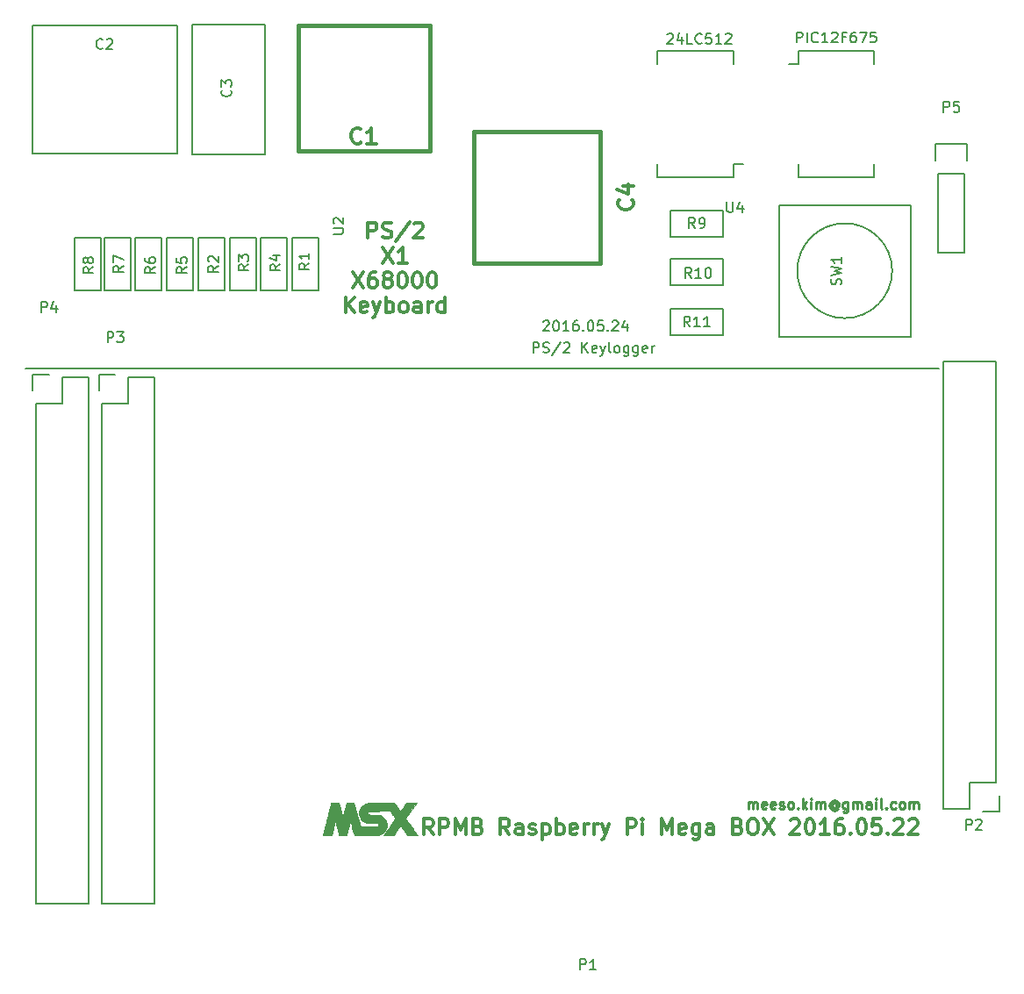
<source format=gbr>
G04 #@! TF.FileFunction,Legend,Top*
%FSLAX46Y46*%
G04 Gerber Fmt 4.6, Leading zero omitted, Abs format (unit mm)*
G04 Created by KiCad (PCBNEW 4.0.2-stable) date 2016-05-24 오전 1:59:57*
%MOMM*%
G01*
G04 APERTURE LIST*
%ADD10C,0.100000*%
%ADD11C,0.200000*%
%ADD12C,0.300000*%
%ADD13C,0.250000*%
%ADD14C,0.150000*%
%ADD15C,0.010000*%
%ADD16C,0.381000*%
%ADD17C,0.304800*%
G04 APERTURE END LIST*
D10*
D11*
X141404762Y-73747619D02*
X141452381Y-73700000D01*
X141547619Y-73652381D01*
X141785715Y-73652381D01*
X141880953Y-73700000D01*
X141928572Y-73747619D01*
X141976191Y-73842857D01*
X141976191Y-73938095D01*
X141928572Y-74080952D01*
X141357143Y-74652381D01*
X141976191Y-74652381D01*
X142595238Y-73652381D02*
X142690477Y-73652381D01*
X142785715Y-73700000D01*
X142833334Y-73747619D01*
X142880953Y-73842857D01*
X142928572Y-74033333D01*
X142928572Y-74271429D01*
X142880953Y-74461905D01*
X142833334Y-74557143D01*
X142785715Y-74604762D01*
X142690477Y-74652381D01*
X142595238Y-74652381D01*
X142500000Y-74604762D01*
X142452381Y-74557143D01*
X142404762Y-74461905D01*
X142357143Y-74271429D01*
X142357143Y-74033333D01*
X142404762Y-73842857D01*
X142452381Y-73747619D01*
X142500000Y-73700000D01*
X142595238Y-73652381D01*
X143880953Y-74652381D02*
X143309524Y-74652381D01*
X143595238Y-74652381D02*
X143595238Y-73652381D01*
X143500000Y-73795238D01*
X143404762Y-73890476D01*
X143309524Y-73938095D01*
X144738096Y-73652381D02*
X144547619Y-73652381D01*
X144452381Y-73700000D01*
X144404762Y-73747619D01*
X144309524Y-73890476D01*
X144261905Y-74080952D01*
X144261905Y-74461905D01*
X144309524Y-74557143D01*
X144357143Y-74604762D01*
X144452381Y-74652381D01*
X144642858Y-74652381D01*
X144738096Y-74604762D01*
X144785715Y-74557143D01*
X144833334Y-74461905D01*
X144833334Y-74223810D01*
X144785715Y-74128571D01*
X144738096Y-74080952D01*
X144642858Y-74033333D01*
X144452381Y-74033333D01*
X144357143Y-74080952D01*
X144309524Y-74128571D01*
X144261905Y-74223810D01*
X145261905Y-74557143D02*
X145309524Y-74604762D01*
X145261905Y-74652381D01*
X145214286Y-74604762D01*
X145261905Y-74557143D01*
X145261905Y-74652381D01*
X145928571Y-73652381D02*
X146023810Y-73652381D01*
X146119048Y-73700000D01*
X146166667Y-73747619D01*
X146214286Y-73842857D01*
X146261905Y-74033333D01*
X146261905Y-74271429D01*
X146214286Y-74461905D01*
X146166667Y-74557143D01*
X146119048Y-74604762D01*
X146023810Y-74652381D01*
X145928571Y-74652381D01*
X145833333Y-74604762D01*
X145785714Y-74557143D01*
X145738095Y-74461905D01*
X145690476Y-74271429D01*
X145690476Y-74033333D01*
X145738095Y-73842857D01*
X145785714Y-73747619D01*
X145833333Y-73700000D01*
X145928571Y-73652381D01*
X147166667Y-73652381D02*
X146690476Y-73652381D01*
X146642857Y-74128571D01*
X146690476Y-74080952D01*
X146785714Y-74033333D01*
X147023810Y-74033333D01*
X147119048Y-74080952D01*
X147166667Y-74128571D01*
X147214286Y-74223810D01*
X147214286Y-74461905D01*
X147166667Y-74557143D01*
X147119048Y-74604762D01*
X147023810Y-74652381D01*
X146785714Y-74652381D01*
X146690476Y-74604762D01*
X146642857Y-74557143D01*
X147642857Y-74557143D02*
X147690476Y-74604762D01*
X147642857Y-74652381D01*
X147595238Y-74604762D01*
X147642857Y-74557143D01*
X147642857Y-74652381D01*
X148071428Y-73747619D02*
X148119047Y-73700000D01*
X148214285Y-73652381D01*
X148452381Y-73652381D01*
X148547619Y-73700000D01*
X148595238Y-73747619D01*
X148642857Y-73842857D01*
X148642857Y-73938095D01*
X148595238Y-74080952D01*
X148023809Y-74652381D01*
X148642857Y-74652381D01*
X149500000Y-73985714D02*
X149500000Y-74652381D01*
X149261904Y-73604762D02*
X149023809Y-74319048D01*
X149642857Y-74319048D01*
X91440000Y-78232000D02*
X179578000Y-78232000D01*
X140433332Y-76752381D02*
X140433332Y-75752381D01*
X140814285Y-75752381D01*
X140909523Y-75800000D01*
X140957142Y-75847619D01*
X141004761Y-75942857D01*
X141004761Y-76085714D01*
X140957142Y-76180952D01*
X140909523Y-76228571D01*
X140814285Y-76276190D01*
X140433332Y-76276190D01*
X141385713Y-76704762D02*
X141528570Y-76752381D01*
X141766666Y-76752381D01*
X141861904Y-76704762D01*
X141909523Y-76657143D01*
X141957142Y-76561905D01*
X141957142Y-76466667D01*
X141909523Y-76371429D01*
X141861904Y-76323810D01*
X141766666Y-76276190D01*
X141576189Y-76228571D01*
X141480951Y-76180952D01*
X141433332Y-76133333D01*
X141385713Y-76038095D01*
X141385713Y-75942857D01*
X141433332Y-75847619D01*
X141480951Y-75800000D01*
X141576189Y-75752381D01*
X141814285Y-75752381D01*
X141957142Y-75800000D01*
X143099999Y-75704762D02*
X142242856Y-76990476D01*
X143385713Y-75847619D02*
X143433332Y-75800000D01*
X143528570Y-75752381D01*
X143766666Y-75752381D01*
X143861904Y-75800000D01*
X143909523Y-75847619D01*
X143957142Y-75942857D01*
X143957142Y-76038095D01*
X143909523Y-76180952D01*
X143338094Y-76752381D01*
X143957142Y-76752381D01*
X145147618Y-76752381D02*
X145147618Y-75752381D01*
X145719047Y-76752381D02*
X145290475Y-76180952D01*
X145719047Y-75752381D02*
X145147618Y-76323810D01*
X146528571Y-76704762D02*
X146433333Y-76752381D01*
X146242856Y-76752381D01*
X146147618Y-76704762D01*
X146099999Y-76609524D01*
X146099999Y-76228571D01*
X146147618Y-76133333D01*
X146242856Y-76085714D01*
X146433333Y-76085714D01*
X146528571Y-76133333D01*
X146576190Y-76228571D01*
X146576190Y-76323810D01*
X146099999Y-76419048D01*
X146909523Y-76085714D02*
X147147618Y-76752381D01*
X147385714Y-76085714D02*
X147147618Y-76752381D01*
X147052380Y-76990476D01*
X147004761Y-77038095D01*
X146909523Y-77085714D01*
X147909523Y-76752381D02*
X147814285Y-76704762D01*
X147766666Y-76609524D01*
X147766666Y-75752381D01*
X148433333Y-76752381D02*
X148338095Y-76704762D01*
X148290476Y-76657143D01*
X148242857Y-76561905D01*
X148242857Y-76276190D01*
X148290476Y-76180952D01*
X148338095Y-76133333D01*
X148433333Y-76085714D01*
X148576191Y-76085714D01*
X148671429Y-76133333D01*
X148719048Y-76180952D01*
X148766667Y-76276190D01*
X148766667Y-76561905D01*
X148719048Y-76657143D01*
X148671429Y-76704762D01*
X148576191Y-76752381D01*
X148433333Y-76752381D01*
X149623810Y-76085714D02*
X149623810Y-76895238D01*
X149576191Y-76990476D01*
X149528572Y-77038095D01*
X149433333Y-77085714D01*
X149290476Y-77085714D01*
X149195238Y-77038095D01*
X149623810Y-76704762D02*
X149528572Y-76752381D01*
X149338095Y-76752381D01*
X149242857Y-76704762D01*
X149195238Y-76657143D01*
X149147619Y-76561905D01*
X149147619Y-76276190D01*
X149195238Y-76180952D01*
X149242857Y-76133333D01*
X149338095Y-76085714D01*
X149528572Y-76085714D01*
X149623810Y-76133333D01*
X150528572Y-76085714D02*
X150528572Y-76895238D01*
X150480953Y-76990476D01*
X150433334Y-77038095D01*
X150338095Y-77085714D01*
X150195238Y-77085714D01*
X150100000Y-77038095D01*
X150528572Y-76704762D02*
X150433334Y-76752381D01*
X150242857Y-76752381D01*
X150147619Y-76704762D01*
X150100000Y-76657143D01*
X150052381Y-76561905D01*
X150052381Y-76276190D01*
X150100000Y-76180952D01*
X150147619Y-76133333D01*
X150242857Y-76085714D01*
X150433334Y-76085714D01*
X150528572Y-76133333D01*
X151385715Y-76704762D02*
X151290477Y-76752381D01*
X151100000Y-76752381D01*
X151004762Y-76704762D01*
X150957143Y-76609524D01*
X150957143Y-76228571D01*
X151004762Y-76133333D01*
X151100000Y-76085714D01*
X151290477Y-76085714D01*
X151385715Y-76133333D01*
X151433334Y-76228571D01*
X151433334Y-76323810D01*
X150957143Y-76419048D01*
X151861905Y-76752381D02*
X151861905Y-76085714D01*
X151861905Y-76276190D02*
X151909524Y-76180952D01*
X151957143Y-76133333D01*
X152052381Y-76085714D01*
X152147620Y-76085714D01*
D12*
X124492858Y-65678571D02*
X124492858Y-64178571D01*
X125064286Y-64178571D01*
X125207144Y-64250000D01*
X125278572Y-64321429D01*
X125350001Y-64464286D01*
X125350001Y-64678571D01*
X125278572Y-64821429D01*
X125207144Y-64892857D01*
X125064286Y-64964286D01*
X124492858Y-64964286D01*
X125921429Y-65607143D02*
X126135715Y-65678571D01*
X126492858Y-65678571D01*
X126635715Y-65607143D01*
X126707144Y-65535714D01*
X126778572Y-65392857D01*
X126778572Y-65250000D01*
X126707144Y-65107143D01*
X126635715Y-65035714D01*
X126492858Y-64964286D01*
X126207144Y-64892857D01*
X126064286Y-64821429D01*
X125992858Y-64750000D01*
X125921429Y-64607143D01*
X125921429Y-64464286D01*
X125992858Y-64321429D01*
X126064286Y-64250000D01*
X126207144Y-64178571D01*
X126564286Y-64178571D01*
X126778572Y-64250000D01*
X128492857Y-64107143D02*
X127207143Y-66035714D01*
X128921429Y-64321429D02*
X128992858Y-64250000D01*
X129135715Y-64178571D01*
X129492858Y-64178571D01*
X129635715Y-64250000D01*
X129707144Y-64321429D01*
X129778572Y-64464286D01*
X129778572Y-64607143D01*
X129707144Y-64821429D01*
X128850001Y-65678571D01*
X129778572Y-65678571D01*
X125885715Y-66578571D02*
X126885715Y-68078571D01*
X126885715Y-66578571D02*
X125885715Y-68078571D01*
X128242857Y-68078571D02*
X127385714Y-68078571D01*
X127814286Y-68078571D02*
X127814286Y-66578571D01*
X127671429Y-66792857D01*
X127528571Y-66935714D01*
X127385714Y-67007143D01*
X123028573Y-68978571D02*
X124028573Y-70478571D01*
X124028573Y-68978571D02*
X123028573Y-70478571D01*
X125242858Y-68978571D02*
X124957144Y-68978571D01*
X124814287Y-69050000D01*
X124742858Y-69121429D01*
X124600001Y-69335714D01*
X124528572Y-69621429D01*
X124528572Y-70192857D01*
X124600001Y-70335714D01*
X124671429Y-70407143D01*
X124814287Y-70478571D01*
X125100001Y-70478571D01*
X125242858Y-70407143D01*
X125314287Y-70335714D01*
X125385715Y-70192857D01*
X125385715Y-69835714D01*
X125314287Y-69692857D01*
X125242858Y-69621429D01*
X125100001Y-69550000D01*
X124814287Y-69550000D01*
X124671429Y-69621429D01*
X124600001Y-69692857D01*
X124528572Y-69835714D01*
X126242858Y-69621429D02*
X126100000Y-69550000D01*
X126028572Y-69478571D01*
X125957143Y-69335714D01*
X125957143Y-69264286D01*
X126028572Y-69121429D01*
X126100000Y-69050000D01*
X126242858Y-68978571D01*
X126528572Y-68978571D01*
X126671429Y-69050000D01*
X126742858Y-69121429D01*
X126814286Y-69264286D01*
X126814286Y-69335714D01*
X126742858Y-69478571D01*
X126671429Y-69550000D01*
X126528572Y-69621429D01*
X126242858Y-69621429D01*
X126100000Y-69692857D01*
X126028572Y-69764286D01*
X125957143Y-69907143D01*
X125957143Y-70192857D01*
X126028572Y-70335714D01*
X126100000Y-70407143D01*
X126242858Y-70478571D01*
X126528572Y-70478571D01*
X126671429Y-70407143D01*
X126742858Y-70335714D01*
X126814286Y-70192857D01*
X126814286Y-69907143D01*
X126742858Y-69764286D01*
X126671429Y-69692857D01*
X126528572Y-69621429D01*
X127742857Y-68978571D02*
X127885714Y-68978571D01*
X128028571Y-69050000D01*
X128100000Y-69121429D01*
X128171429Y-69264286D01*
X128242857Y-69550000D01*
X128242857Y-69907143D01*
X128171429Y-70192857D01*
X128100000Y-70335714D01*
X128028571Y-70407143D01*
X127885714Y-70478571D01*
X127742857Y-70478571D01*
X127600000Y-70407143D01*
X127528571Y-70335714D01*
X127457143Y-70192857D01*
X127385714Y-69907143D01*
X127385714Y-69550000D01*
X127457143Y-69264286D01*
X127528571Y-69121429D01*
X127600000Y-69050000D01*
X127742857Y-68978571D01*
X129171428Y-68978571D02*
X129314285Y-68978571D01*
X129457142Y-69050000D01*
X129528571Y-69121429D01*
X129600000Y-69264286D01*
X129671428Y-69550000D01*
X129671428Y-69907143D01*
X129600000Y-70192857D01*
X129528571Y-70335714D01*
X129457142Y-70407143D01*
X129314285Y-70478571D01*
X129171428Y-70478571D01*
X129028571Y-70407143D01*
X128957142Y-70335714D01*
X128885714Y-70192857D01*
X128814285Y-69907143D01*
X128814285Y-69550000D01*
X128885714Y-69264286D01*
X128957142Y-69121429D01*
X129028571Y-69050000D01*
X129171428Y-68978571D01*
X130599999Y-68978571D02*
X130742856Y-68978571D01*
X130885713Y-69050000D01*
X130957142Y-69121429D01*
X131028571Y-69264286D01*
X131099999Y-69550000D01*
X131099999Y-69907143D01*
X131028571Y-70192857D01*
X130957142Y-70335714D01*
X130885713Y-70407143D01*
X130742856Y-70478571D01*
X130599999Y-70478571D01*
X130457142Y-70407143D01*
X130385713Y-70335714D01*
X130314285Y-70192857D01*
X130242856Y-69907143D01*
X130242856Y-69550000D01*
X130314285Y-69264286D01*
X130385713Y-69121429D01*
X130457142Y-69050000D01*
X130599999Y-68978571D01*
X122314286Y-72878571D02*
X122314286Y-71378571D01*
X123171429Y-72878571D02*
X122528572Y-72021429D01*
X123171429Y-71378571D02*
X122314286Y-72235714D01*
X124385714Y-72807143D02*
X124242857Y-72878571D01*
X123957143Y-72878571D01*
X123814286Y-72807143D01*
X123742857Y-72664286D01*
X123742857Y-72092857D01*
X123814286Y-71950000D01*
X123957143Y-71878571D01*
X124242857Y-71878571D01*
X124385714Y-71950000D01*
X124457143Y-72092857D01*
X124457143Y-72235714D01*
X123742857Y-72378571D01*
X124957143Y-71878571D02*
X125314286Y-72878571D01*
X125671428Y-71878571D02*
X125314286Y-72878571D01*
X125171428Y-73235714D01*
X125100000Y-73307143D01*
X124957143Y-73378571D01*
X126242857Y-72878571D02*
X126242857Y-71378571D01*
X126242857Y-71950000D02*
X126385714Y-71878571D01*
X126671428Y-71878571D01*
X126814285Y-71950000D01*
X126885714Y-72021429D01*
X126957143Y-72164286D01*
X126957143Y-72592857D01*
X126885714Y-72735714D01*
X126814285Y-72807143D01*
X126671428Y-72878571D01*
X126385714Y-72878571D01*
X126242857Y-72807143D01*
X127814286Y-72878571D02*
X127671428Y-72807143D01*
X127600000Y-72735714D01*
X127528571Y-72592857D01*
X127528571Y-72164286D01*
X127600000Y-72021429D01*
X127671428Y-71950000D01*
X127814286Y-71878571D01*
X128028571Y-71878571D01*
X128171428Y-71950000D01*
X128242857Y-72021429D01*
X128314286Y-72164286D01*
X128314286Y-72592857D01*
X128242857Y-72735714D01*
X128171428Y-72807143D01*
X128028571Y-72878571D01*
X127814286Y-72878571D01*
X129600000Y-72878571D02*
X129600000Y-72092857D01*
X129528571Y-71950000D01*
X129385714Y-71878571D01*
X129100000Y-71878571D01*
X128957143Y-71950000D01*
X129600000Y-72807143D02*
X129457143Y-72878571D01*
X129100000Y-72878571D01*
X128957143Y-72807143D01*
X128885714Y-72664286D01*
X128885714Y-72521429D01*
X128957143Y-72378571D01*
X129100000Y-72307143D01*
X129457143Y-72307143D01*
X129600000Y-72235714D01*
X130314286Y-72878571D02*
X130314286Y-71878571D01*
X130314286Y-72164286D02*
X130385714Y-72021429D01*
X130457143Y-71950000D01*
X130600000Y-71878571D01*
X130742857Y-71878571D01*
X131885714Y-72878571D02*
X131885714Y-71378571D01*
X131885714Y-72807143D02*
X131742857Y-72878571D01*
X131457143Y-72878571D01*
X131314285Y-72807143D01*
X131242857Y-72735714D01*
X131171428Y-72592857D01*
X131171428Y-72164286D01*
X131242857Y-72021429D01*
X131314285Y-71950000D01*
X131457143Y-71878571D01*
X131742857Y-71878571D01*
X131885714Y-71950000D01*
D13*
X161209525Y-120762381D02*
X161209525Y-120095714D01*
X161209525Y-120190952D02*
X161257144Y-120143333D01*
X161352382Y-120095714D01*
X161495240Y-120095714D01*
X161590478Y-120143333D01*
X161638097Y-120238571D01*
X161638097Y-120762381D01*
X161638097Y-120238571D02*
X161685716Y-120143333D01*
X161780954Y-120095714D01*
X161923811Y-120095714D01*
X162019049Y-120143333D01*
X162066668Y-120238571D01*
X162066668Y-120762381D01*
X162923811Y-120714762D02*
X162828573Y-120762381D01*
X162638096Y-120762381D01*
X162542858Y-120714762D01*
X162495239Y-120619524D01*
X162495239Y-120238571D01*
X162542858Y-120143333D01*
X162638096Y-120095714D01*
X162828573Y-120095714D01*
X162923811Y-120143333D01*
X162971430Y-120238571D01*
X162971430Y-120333810D01*
X162495239Y-120429048D01*
X163780954Y-120714762D02*
X163685716Y-120762381D01*
X163495239Y-120762381D01*
X163400001Y-120714762D01*
X163352382Y-120619524D01*
X163352382Y-120238571D01*
X163400001Y-120143333D01*
X163495239Y-120095714D01*
X163685716Y-120095714D01*
X163780954Y-120143333D01*
X163828573Y-120238571D01*
X163828573Y-120333810D01*
X163352382Y-120429048D01*
X164209525Y-120714762D02*
X164304763Y-120762381D01*
X164495239Y-120762381D01*
X164590478Y-120714762D01*
X164638097Y-120619524D01*
X164638097Y-120571905D01*
X164590478Y-120476667D01*
X164495239Y-120429048D01*
X164352382Y-120429048D01*
X164257144Y-120381429D01*
X164209525Y-120286190D01*
X164209525Y-120238571D01*
X164257144Y-120143333D01*
X164352382Y-120095714D01*
X164495239Y-120095714D01*
X164590478Y-120143333D01*
X165209525Y-120762381D02*
X165114287Y-120714762D01*
X165066668Y-120667143D01*
X165019049Y-120571905D01*
X165019049Y-120286190D01*
X165066668Y-120190952D01*
X165114287Y-120143333D01*
X165209525Y-120095714D01*
X165352383Y-120095714D01*
X165447621Y-120143333D01*
X165495240Y-120190952D01*
X165542859Y-120286190D01*
X165542859Y-120571905D01*
X165495240Y-120667143D01*
X165447621Y-120714762D01*
X165352383Y-120762381D01*
X165209525Y-120762381D01*
X165971430Y-120667143D02*
X166019049Y-120714762D01*
X165971430Y-120762381D01*
X165923811Y-120714762D01*
X165971430Y-120667143D01*
X165971430Y-120762381D01*
X166447620Y-120762381D02*
X166447620Y-119762381D01*
X166542858Y-120381429D02*
X166828573Y-120762381D01*
X166828573Y-120095714D02*
X166447620Y-120476667D01*
X167257144Y-120762381D02*
X167257144Y-120095714D01*
X167257144Y-119762381D02*
X167209525Y-119810000D01*
X167257144Y-119857619D01*
X167304763Y-119810000D01*
X167257144Y-119762381D01*
X167257144Y-119857619D01*
X167733334Y-120762381D02*
X167733334Y-120095714D01*
X167733334Y-120190952D02*
X167780953Y-120143333D01*
X167876191Y-120095714D01*
X168019049Y-120095714D01*
X168114287Y-120143333D01*
X168161906Y-120238571D01*
X168161906Y-120762381D01*
X168161906Y-120238571D02*
X168209525Y-120143333D01*
X168304763Y-120095714D01*
X168447620Y-120095714D01*
X168542858Y-120143333D01*
X168590477Y-120238571D01*
X168590477Y-120762381D01*
X169685715Y-120286190D02*
X169638096Y-120238571D01*
X169542858Y-120190952D01*
X169447620Y-120190952D01*
X169352382Y-120238571D01*
X169304762Y-120286190D01*
X169257143Y-120381429D01*
X169257143Y-120476667D01*
X169304762Y-120571905D01*
X169352382Y-120619524D01*
X169447620Y-120667143D01*
X169542858Y-120667143D01*
X169638096Y-120619524D01*
X169685715Y-120571905D01*
X169685715Y-120190952D02*
X169685715Y-120571905D01*
X169733334Y-120619524D01*
X169780953Y-120619524D01*
X169876191Y-120571905D01*
X169923810Y-120476667D01*
X169923810Y-120238571D01*
X169828572Y-120095714D01*
X169685715Y-120000476D01*
X169495239Y-119952857D01*
X169304762Y-120000476D01*
X169161905Y-120095714D01*
X169066667Y-120238571D01*
X169019048Y-120429048D01*
X169066667Y-120619524D01*
X169161905Y-120762381D01*
X169304762Y-120857619D01*
X169495239Y-120905238D01*
X169685715Y-120857619D01*
X169828572Y-120762381D01*
X170780953Y-120095714D02*
X170780953Y-120905238D01*
X170733334Y-121000476D01*
X170685715Y-121048095D01*
X170590476Y-121095714D01*
X170447619Y-121095714D01*
X170352381Y-121048095D01*
X170780953Y-120714762D02*
X170685715Y-120762381D01*
X170495238Y-120762381D01*
X170400000Y-120714762D01*
X170352381Y-120667143D01*
X170304762Y-120571905D01*
X170304762Y-120286190D01*
X170352381Y-120190952D01*
X170400000Y-120143333D01*
X170495238Y-120095714D01*
X170685715Y-120095714D01*
X170780953Y-120143333D01*
X171257143Y-120762381D02*
X171257143Y-120095714D01*
X171257143Y-120190952D02*
X171304762Y-120143333D01*
X171400000Y-120095714D01*
X171542858Y-120095714D01*
X171638096Y-120143333D01*
X171685715Y-120238571D01*
X171685715Y-120762381D01*
X171685715Y-120238571D02*
X171733334Y-120143333D01*
X171828572Y-120095714D01*
X171971429Y-120095714D01*
X172066667Y-120143333D01*
X172114286Y-120238571D01*
X172114286Y-120762381D01*
X173019048Y-120762381D02*
X173019048Y-120238571D01*
X172971429Y-120143333D01*
X172876191Y-120095714D01*
X172685714Y-120095714D01*
X172590476Y-120143333D01*
X173019048Y-120714762D02*
X172923810Y-120762381D01*
X172685714Y-120762381D01*
X172590476Y-120714762D01*
X172542857Y-120619524D01*
X172542857Y-120524286D01*
X172590476Y-120429048D01*
X172685714Y-120381429D01*
X172923810Y-120381429D01*
X173019048Y-120333810D01*
X173495238Y-120762381D02*
X173495238Y-120095714D01*
X173495238Y-119762381D02*
X173447619Y-119810000D01*
X173495238Y-119857619D01*
X173542857Y-119810000D01*
X173495238Y-119762381D01*
X173495238Y-119857619D01*
X174114285Y-120762381D02*
X174019047Y-120714762D01*
X173971428Y-120619524D01*
X173971428Y-119762381D01*
X174495238Y-120667143D02*
X174542857Y-120714762D01*
X174495238Y-120762381D01*
X174447619Y-120714762D01*
X174495238Y-120667143D01*
X174495238Y-120762381D01*
X175400000Y-120714762D02*
X175304762Y-120762381D01*
X175114285Y-120762381D01*
X175019047Y-120714762D01*
X174971428Y-120667143D01*
X174923809Y-120571905D01*
X174923809Y-120286190D01*
X174971428Y-120190952D01*
X175019047Y-120143333D01*
X175114285Y-120095714D01*
X175304762Y-120095714D01*
X175400000Y-120143333D01*
X175971428Y-120762381D02*
X175876190Y-120714762D01*
X175828571Y-120667143D01*
X175780952Y-120571905D01*
X175780952Y-120286190D01*
X175828571Y-120190952D01*
X175876190Y-120143333D01*
X175971428Y-120095714D01*
X176114286Y-120095714D01*
X176209524Y-120143333D01*
X176257143Y-120190952D01*
X176304762Y-120286190D01*
X176304762Y-120571905D01*
X176257143Y-120667143D01*
X176209524Y-120714762D01*
X176114286Y-120762381D01*
X175971428Y-120762381D01*
X176733333Y-120762381D02*
X176733333Y-120095714D01*
X176733333Y-120190952D02*
X176780952Y-120143333D01*
X176876190Y-120095714D01*
X177019048Y-120095714D01*
X177114286Y-120143333D01*
X177161905Y-120238571D01*
X177161905Y-120762381D01*
X177161905Y-120238571D02*
X177209524Y-120143333D01*
X177304762Y-120095714D01*
X177447619Y-120095714D01*
X177542857Y-120143333D01*
X177590476Y-120238571D01*
X177590476Y-120762381D01*
D12*
X130771431Y-123248571D02*
X130271431Y-122534286D01*
X129914288Y-123248571D02*
X129914288Y-121748571D01*
X130485716Y-121748571D01*
X130628574Y-121820000D01*
X130700002Y-121891429D01*
X130771431Y-122034286D01*
X130771431Y-122248571D01*
X130700002Y-122391429D01*
X130628574Y-122462857D01*
X130485716Y-122534286D01*
X129914288Y-122534286D01*
X131414288Y-123248571D02*
X131414288Y-121748571D01*
X131985716Y-121748571D01*
X132128574Y-121820000D01*
X132200002Y-121891429D01*
X132271431Y-122034286D01*
X132271431Y-122248571D01*
X132200002Y-122391429D01*
X132128574Y-122462857D01*
X131985716Y-122534286D01*
X131414288Y-122534286D01*
X132914288Y-123248571D02*
X132914288Y-121748571D01*
X133414288Y-122820000D01*
X133914288Y-121748571D01*
X133914288Y-123248571D01*
X135128574Y-122462857D02*
X135342860Y-122534286D01*
X135414288Y-122605714D01*
X135485717Y-122748571D01*
X135485717Y-122962857D01*
X135414288Y-123105714D01*
X135342860Y-123177143D01*
X135200002Y-123248571D01*
X134628574Y-123248571D01*
X134628574Y-121748571D01*
X135128574Y-121748571D01*
X135271431Y-121820000D01*
X135342860Y-121891429D01*
X135414288Y-122034286D01*
X135414288Y-122177143D01*
X135342860Y-122320000D01*
X135271431Y-122391429D01*
X135128574Y-122462857D01*
X134628574Y-122462857D01*
X138128574Y-123248571D02*
X137628574Y-122534286D01*
X137271431Y-123248571D02*
X137271431Y-121748571D01*
X137842859Y-121748571D01*
X137985717Y-121820000D01*
X138057145Y-121891429D01*
X138128574Y-122034286D01*
X138128574Y-122248571D01*
X138057145Y-122391429D01*
X137985717Y-122462857D01*
X137842859Y-122534286D01*
X137271431Y-122534286D01*
X139414288Y-123248571D02*
X139414288Y-122462857D01*
X139342859Y-122320000D01*
X139200002Y-122248571D01*
X138914288Y-122248571D01*
X138771431Y-122320000D01*
X139414288Y-123177143D02*
X139271431Y-123248571D01*
X138914288Y-123248571D01*
X138771431Y-123177143D01*
X138700002Y-123034286D01*
X138700002Y-122891429D01*
X138771431Y-122748571D01*
X138914288Y-122677143D01*
X139271431Y-122677143D01*
X139414288Y-122605714D01*
X140057145Y-123177143D02*
X140200002Y-123248571D01*
X140485717Y-123248571D01*
X140628574Y-123177143D01*
X140700002Y-123034286D01*
X140700002Y-122962857D01*
X140628574Y-122820000D01*
X140485717Y-122748571D01*
X140271431Y-122748571D01*
X140128574Y-122677143D01*
X140057145Y-122534286D01*
X140057145Y-122462857D01*
X140128574Y-122320000D01*
X140271431Y-122248571D01*
X140485717Y-122248571D01*
X140628574Y-122320000D01*
X141342860Y-122248571D02*
X141342860Y-123748571D01*
X141342860Y-122320000D02*
X141485717Y-122248571D01*
X141771431Y-122248571D01*
X141914288Y-122320000D01*
X141985717Y-122391429D01*
X142057146Y-122534286D01*
X142057146Y-122962857D01*
X141985717Y-123105714D01*
X141914288Y-123177143D01*
X141771431Y-123248571D01*
X141485717Y-123248571D01*
X141342860Y-123177143D01*
X142700003Y-123248571D02*
X142700003Y-121748571D01*
X142700003Y-122320000D02*
X142842860Y-122248571D01*
X143128574Y-122248571D01*
X143271431Y-122320000D01*
X143342860Y-122391429D01*
X143414289Y-122534286D01*
X143414289Y-122962857D01*
X143342860Y-123105714D01*
X143271431Y-123177143D01*
X143128574Y-123248571D01*
X142842860Y-123248571D01*
X142700003Y-123177143D01*
X144628574Y-123177143D02*
X144485717Y-123248571D01*
X144200003Y-123248571D01*
X144057146Y-123177143D01*
X143985717Y-123034286D01*
X143985717Y-122462857D01*
X144057146Y-122320000D01*
X144200003Y-122248571D01*
X144485717Y-122248571D01*
X144628574Y-122320000D01*
X144700003Y-122462857D01*
X144700003Y-122605714D01*
X143985717Y-122748571D01*
X145342860Y-123248571D02*
X145342860Y-122248571D01*
X145342860Y-122534286D02*
X145414288Y-122391429D01*
X145485717Y-122320000D01*
X145628574Y-122248571D01*
X145771431Y-122248571D01*
X146271431Y-123248571D02*
X146271431Y-122248571D01*
X146271431Y-122534286D02*
X146342859Y-122391429D01*
X146414288Y-122320000D01*
X146557145Y-122248571D01*
X146700002Y-122248571D01*
X147057145Y-122248571D02*
X147414288Y-123248571D01*
X147771430Y-122248571D02*
X147414288Y-123248571D01*
X147271430Y-123605714D01*
X147200002Y-123677143D01*
X147057145Y-123748571D01*
X149485716Y-123248571D02*
X149485716Y-121748571D01*
X150057144Y-121748571D01*
X150200002Y-121820000D01*
X150271430Y-121891429D01*
X150342859Y-122034286D01*
X150342859Y-122248571D01*
X150271430Y-122391429D01*
X150200002Y-122462857D01*
X150057144Y-122534286D01*
X149485716Y-122534286D01*
X150985716Y-123248571D02*
X150985716Y-122248571D01*
X150985716Y-121748571D02*
X150914287Y-121820000D01*
X150985716Y-121891429D01*
X151057144Y-121820000D01*
X150985716Y-121748571D01*
X150985716Y-121891429D01*
X152842859Y-123248571D02*
X152842859Y-121748571D01*
X153342859Y-122820000D01*
X153842859Y-121748571D01*
X153842859Y-123248571D01*
X155128573Y-123177143D02*
X154985716Y-123248571D01*
X154700002Y-123248571D01*
X154557145Y-123177143D01*
X154485716Y-123034286D01*
X154485716Y-122462857D01*
X154557145Y-122320000D01*
X154700002Y-122248571D01*
X154985716Y-122248571D01*
X155128573Y-122320000D01*
X155200002Y-122462857D01*
X155200002Y-122605714D01*
X154485716Y-122748571D01*
X156485716Y-122248571D02*
X156485716Y-123462857D01*
X156414287Y-123605714D01*
X156342859Y-123677143D01*
X156200002Y-123748571D01*
X155985716Y-123748571D01*
X155842859Y-123677143D01*
X156485716Y-123177143D02*
X156342859Y-123248571D01*
X156057145Y-123248571D01*
X155914287Y-123177143D01*
X155842859Y-123105714D01*
X155771430Y-122962857D01*
X155771430Y-122534286D01*
X155842859Y-122391429D01*
X155914287Y-122320000D01*
X156057145Y-122248571D01*
X156342859Y-122248571D01*
X156485716Y-122320000D01*
X157842859Y-123248571D02*
X157842859Y-122462857D01*
X157771430Y-122320000D01*
X157628573Y-122248571D01*
X157342859Y-122248571D01*
X157200002Y-122320000D01*
X157842859Y-123177143D02*
X157700002Y-123248571D01*
X157342859Y-123248571D01*
X157200002Y-123177143D01*
X157128573Y-123034286D01*
X157128573Y-122891429D01*
X157200002Y-122748571D01*
X157342859Y-122677143D01*
X157700002Y-122677143D01*
X157842859Y-122605714D01*
X160200002Y-122462857D02*
X160414288Y-122534286D01*
X160485716Y-122605714D01*
X160557145Y-122748571D01*
X160557145Y-122962857D01*
X160485716Y-123105714D01*
X160414288Y-123177143D01*
X160271430Y-123248571D01*
X159700002Y-123248571D01*
X159700002Y-121748571D01*
X160200002Y-121748571D01*
X160342859Y-121820000D01*
X160414288Y-121891429D01*
X160485716Y-122034286D01*
X160485716Y-122177143D01*
X160414288Y-122320000D01*
X160342859Y-122391429D01*
X160200002Y-122462857D01*
X159700002Y-122462857D01*
X161485716Y-121748571D02*
X161771430Y-121748571D01*
X161914288Y-121820000D01*
X162057145Y-121962857D01*
X162128573Y-122248571D01*
X162128573Y-122748571D01*
X162057145Y-123034286D01*
X161914288Y-123177143D01*
X161771430Y-123248571D01*
X161485716Y-123248571D01*
X161342859Y-123177143D01*
X161200002Y-123034286D01*
X161128573Y-122748571D01*
X161128573Y-122248571D01*
X161200002Y-121962857D01*
X161342859Y-121820000D01*
X161485716Y-121748571D01*
X162628574Y-121748571D02*
X163628574Y-123248571D01*
X163628574Y-121748571D02*
X162628574Y-123248571D01*
X165271430Y-121891429D02*
X165342859Y-121820000D01*
X165485716Y-121748571D01*
X165842859Y-121748571D01*
X165985716Y-121820000D01*
X166057145Y-121891429D01*
X166128573Y-122034286D01*
X166128573Y-122177143D01*
X166057145Y-122391429D01*
X165200002Y-123248571D01*
X166128573Y-123248571D01*
X167057144Y-121748571D02*
X167200001Y-121748571D01*
X167342858Y-121820000D01*
X167414287Y-121891429D01*
X167485716Y-122034286D01*
X167557144Y-122320000D01*
X167557144Y-122677143D01*
X167485716Y-122962857D01*
X167414287Y-123105714D01*
X167342858Y-123177143D01*
X167200001Y-123248571D01*
X167057144Y-123248571D01*
X166914287Y-123177143D01*
X166842858Y-123105714D01*
X166771430Y-122962857D01*
X166700001Y-122677143D01*
X166700001Y-122320000D01*
X166771430Y-122034286D01*
X166842858Y-121891429D01*
X166914287Y-121820000D01*
X167057144Y-121748571D01*
X168985715Y-123248571D02*
X168128572Y-123248571D01*
X168557144Y-123248571D02*
X168557144Y-121748571D01*
X168414287Y-121962857D01*
X168271429Y-122105714D01*
X168128572Y-122177143D01*
X170271429Y-121748571D02*
X169985715Y-121748571D01*
X169842858Y-121820000D01*
X169771429Y-121891429D01*
X169628572Y-122105714D01*
X169557143Y-122391429D01*
X169557143Y-122962857D01*
X169628572Y-123105714D01*
X169700000Y-123177143D01*
X169842858Y-123248571D01*
X170128572Y-123248571D01*
X170271429Y-123177143D01*
X170342858Y-123105714D01*
X170414286Y-122962857D01*
X170414286Y-122605714D01*
X170342858Y-122462857D01*
X170271429Y-122391429D01*
X170128572Y-122320000D01*
X169842858Y-122320000D01*
X169700000Y-122391429D01*
X169628572Y-122462857D01*
X169557143Y-122605714D01*
X171057143Y-123105714D02*
X171128571Y-123177143D01*
X171057143Y-123248571D01*
X170985714Y-123177143D01*
X171057143Y-123105714D01*
X171057143Y-123248571D01*
X172057143Y-121748571D02*
X172200000Y-121748571D01*
X172342857Y-121820000D01*
X172414286Y-121891429D01*
X172485715Y-122034286D01*
X172557143Y-122320000D01*
X172557143Y-122677143D01*
X172485715Y-122962857D01*
X172414286Y-123105714D01*
X172342857Y-123177143D01*
X172200000Y-123248571D01*
X172057143Y-123248571D01*
X171914286Y-123177143D01*
X171842857Y-123105714D01*
X171771429Y-122962857D01*
X171700000Y-122677143D01*
X171700000Y-122320000D01*
X171771429Y-122034286D01*
X171842857Y-121891429D01*
X171914286Y-121820000D01*
X172057143Y-121748571D01*
X173914286Y-121748571D02*
X173200000Y-121748571D01*
X173128571Y-122462857D01*
X173200000Y-122391429D01*
X173342857Y-122320000D01*
X173700000Y-122320000D01*
X173842857Y-122391429D01*
X173914286Y-122462857D01*
X173985714Y-122605714D01*
X173985714Y-122962857D01*
X173914286Y-123105714D01*
X173842857Y-123177143D01*
X173700000Y-123248571D01*
X173342857Y-123248571D01*
X173200000Y-123177143D01*
X173128571Y-123105714D01*
X174628571Y-123105714D02*
X174699999Y-123177143D01*
X174628571Y-123248571D01*
X174557142Y-123177143D01*
X174628571Y-123105714D01*
X174628571Y-123248571D01*
X175271428Y-121891429D02*
X175342857Y-121820000D01*
X175485714Y-121748571D01*
X175842857Y-121748571D01*
X175985714Y-121820000D01*
X176057143Y-121891429D01*
X176128571Y-122034286D01*
X176128571Y-122177143D01*
X176057143Y-122391429D01*
X175200000Y-123248571D01*
X176128571Y-123248571D01*
X176699999Y-121891429D02*
X176771428Y-121820000D01*
X176914285Y-121748571D01*
X177271428Y-121748571D01*
X177414285Y-121820000D01*
X177485714Y-121891429D01*
X177557142Y-122034286D01*
X177557142Y-122177143D01*
X177485714Y-122391429D01*
X176628571Y-123248571D01*
X177557142Y-123248571D01*
D14*
X180040000Y-77570000D02*
X180040000Y-120750000D01*
X185120000Y-118210000D02*
X185120000Y-77570000D01*
X180040000Y-77570000D02*
X185120000Y-77570000D01*
X180040000Y-120750000D02*
X182580000Y-120750000D01*
X183850000Y-121030000D02*
X185400000Y-121030000D01*
X182580000Y-120750000D02*
X182580000Y-118210000D01*
X182580000Y-118210000D02*
X185120000Y-118210000D01*
X185400000Y-121030000D02*
X185400000Y-119480000D01*
D15*
G36*
X123444600Y-121280683D02*
X123482310Y-121414424D01*
X123518887Y-121544131D01*
X123554056Y-121668822D01*
X123587537Y-121787514D01*
X123619055Y-121899225D01*
X123648331Y-122002974D01*
X123675089Y-122097778D01*
X123699052Y-122182655D01*
X123719942Y-122256623D01*
X123737481Y-122318700D01*
X123751394Y-122367903D01*
X123761402Y-122403251D01*
X123767228Y-122423761D01*
X123768468Y-122428083D01*
X123780222Y-122468467D01*
X124582061Y-122466183D01*
X124716681Y-122465790D01*
X124835405Y-122465408D01*
X124939272Y-122465014D01*
X125029318Y-122464585D01*
X125106582Y-122464099D01*
X125172101Y-122463532D01*
X125226913Y-122462860D01*
X125272056Y-122462061D01*
X125308567Y-122461112D01*
X125337484Y-122459990D01*
X125359845Y-122458671D01*
X125376688Y-122457132D01*
X125389050Y-122455351D01*
X125397969Y-122453303D01*
X125404483Y-122450967D01*
X125409629Y-122448319D01*
X125410619Y-122447729D01*
X125442782Y-122418511D01*
X125465403Y-122376142D01*
X125477886Y-122321845D01*
X125479369Y-122306323D01*
X125480759Y-122271987D01*
X125478053Y-122246407D01*
X125469818Y-122221614D01*
X125460502Y-122201496D01*
X125453193Y-122186078D01*
X125446627Y-122172819D01*
X125439541Y-122161537D01*
X125430675Y-122152050D01*
X125418765Y-122144177D01*
X125402549Y-122137734D01*
X125380766Y-122132541D01*
X125352153Y-122128415D01*
X125315449Y-122125175D01*
X125269391Y-122122639D01*
X125212718Y-122120625D01*
X125144166Y-122118950D01*
X125062475Y-122117434D01*
X124966382Y-122115895D01*
X124854625Y-122114149D01*
X124854348Y-122114145D01*
X124744182Y-122112337D01*
X124649635Y-122110646D01*
X124569395Y-122109020D01*
X124502149Y-122107410D01*
X124446584Y-122105764D01*
X124401386Y-122104032D01*
X124365243Y-122102162D01*
X124336842Y-122100103D01*
X124314869Y-122097804D01*
X124298013Y-122095215D01*
X124284959Y-122092285D01*
X124284000Y-122092023D01*
X124175921Y-122053486D01*
X124074927Y-122000073D01*
X123981916Y-121932675D01*
X123897786Y-121852178D01*
X123823435Y-121759472D01*
X123759764Y-121655445D01*
X123707669Y-121540985D01*
X123696755Y-121511400D01*
X123676330Y-121449801D01*
X123661261Y-121394286D01*
X123650845Y-121340247D01*
X123644376Y-121283079D01*
X123641152Y-121218174D01*
X123640459Y-121143100D01*
X123640895Y-121085946D01*
X123641984Y-121041858D01*
X123644100Y-121006973D01*
X123647616Y-120977426D01*
X123652903Y-120949353D01*
X123660334Y-120918890D01*
X123663087Y-120908524D01*
X123703074Y-120791523D01*
X123757628Y-120682209D01*
X123825830Y-120581427D01*
X123906758Y-120490017D01*
X123999493Y-120408822D01*
X124103114Y-120338685D01*
X124216701Y-120280447D01*
X124339333Y-120234951D01*
X124423487Y-120212605D01*
X124442733Y-120208508D01*
X124463069Y-120204794D01*
X124485367Y-120201444D01*
X124510499Y-120198440D01*
X124539337Y-120195762D01*
X124572755Y-120193394D01*
X124611624Y-120191315D01*
X124656817Y-120189508D01*
X124709206Y-120187953D01*
X124769664Y-120186633D01*
X124839062Y-120185528D01*
X124918274Y-120184621D01*
X125008171Y-120183891D01*
X125109627Y-120183322D01*
X125223512Y-120182894D01*
X125350701Y-120182589D01*
X125492064Y-120182388D01*
X125648475Y-120182272D01*
X125820806Y-120182223D01*
X125850226Y-120182221D01*
X127019286Y-120182133D01*
X127314701Y-120584300D01*
X127368222Y-120657031D01*
X127418816Y-120725533D01*
X127465589Y-120788611D01*
X127507649Y-120845074D01*
X127544101Y-120893730D01*
X127574053Y-120933384D01*
X127596611Y-120962845D01*
X127610882Y-120980919D01*
X127615918Y-120986467D01*
X127621755Y-120979759D01*
X127636471Y-120960459D01*
X127659170Y-120929802D01*
X127688955Y-120889024D01*
X127724931Y-120839360D01*
X127766202Y-120782046D01*
X127811873Y-120718317D01*
X127861046Y-120649409D01*
X127897348Y-120598364D01*
X127948855Y-120525893D01*
X127997765Y-120457179D01*
X128043140Y-120393536D01*
X128084039Y-120336274D01*
X128119525Y-120286707D01*
X128148658Y-120246147D01*
X128170499Y-120215905D01*
X128184109Y-120197294D01*
X128188138Y-120192006D01*
X128203300Y-120173751D01*
X129165634Y-120186367D01*
X128671653Y-120880633D01*
X128602005Y-120978528D01*
X128534563Y-121073336D01*
X128470049Y-121164044D01*
X128409182Y-121249637D01*
X128352683Y-121329101D01*
X128301275Y-121401423D01*
X128255677Y-121465586D01*
X128216611Y-121520579D01*
X128184797Y-121565385D01*
X128160957Y-121598991D01*
X128145810Y-121620383D01*
X128141398Y-121626646D01*
X128105122Y-121678392D01*
X128677028Y-122484370D01*
X128751036Y-122588699D01*
X128822257Y-122689162D01*
X128890083Y-122784897D01*
X128953906Y-122875044D01*
X129013120Y-122958742D01*
X129067115Y-123035131D01*
X129115285Y-123103350D01*
X129157021Y-123162539D01*
X129191716Y-123211837D01*
X129218761Y-123250384D01*
X129237550Y-123277319D01*
X129247474Y-123291782D01*
X129248934Y-123294107D01*
X129240718Y-123294801D01*
X129217078Y-123295453D01*
X129179520Y-123296052D01*
X129129554Y-123296585D01*
X129068686Y-123297042D01*
X128998426Y-123297410D01*
X128920282Y-123297677D01*
X128835761Y-123297832D01*
X128770636Y-123297866D01*
X128292338Y-123297866D01*
X128234794Y-123219550D01*
X128218905Y-123197770D01*
X128194282Y-123163815D01*
X128162065Y-123119263D01*
X128123395Y-123065696D01*
X128079410Y-123004694D01*
X128031251Y-122937838D01*
X127980058Y-122866707D01*
X127926971Y-122792884D01*
X127898917Y-122753847D01*
X127847478Y-122682335D01*
X127799054Y-122615174D01*
X127754532Y-122553582D01*
X127714798Y-122498779D01*
X127680740Y-122451984D01*
X127653244Y-122414416D01*
X127633196Y-122387293D01*
X127621484Y-122371835D01*
X127618709Y-122368613D01*
X127613732Y-122375788D01*
X127600003Y-122395767D01*
X127578326Y-122427373D01*
X127549507Y-122469432D01*
X127514350Y-122520769D01*
X127473660Y-122580207D01*
X127428242Y-122646573D01*
X127378900Y-122718690D01*
X127326441Y-122795383D01*
X127309946Y-122819500D01*
X127256349Y-122897808D01*
X127205330Y-122972230D01*
X127157732Y-123041544D01*
X127114396Y-123104531D01*
X127076164Y-123159968D01*
X127043880Y-123206636D01*
X127018385Y-123243313D01*
X127000521Y-123268778D01*
X126991131Y-123281812D01*
X126990151Y-123283050D01*
X126986513Y-123286197D01*
X126980643Y-123288866D01*
X126971225Y-123291096D01*
X126956944Y-123292927D01*
X126936483Y-123294396D01*
X126908526Y-123295545D01*
X126871758Y-123296410D01*
X126824861Y-123297032D01*
X126766521Y-123297450D01*
X126695422Y-123297702D01*
X126610246Y-123297828D01*
X126509678Y-123297866D01*
X126490815Y-123297866D01*
X126387160Y-123297830D01*
X126299199Y-123297696D01*
X126225691Y-123297433D01*
X126165397Y-123297008D01*
X126117077Y-123296385D01*
X126079492Y-123295533D01*
X126051401Y-123294418D01*
X126031565Y-123293005D01*
X126018745Y-123291263D01*
X126011699Y-123289158D01*
X126009190Y-123286655D01*
X126009366Y-123284896D01*
X126014786Y-123276380D01*
X126029306Y-123254887D01*
X126052308Y-123221306D01*
X126083175Y-123176528D01*
X126121287Y-123121443D01*
X126166026Y-123056940D01*
X126216776Y-122983909D01*
X126272917Y-122903241D01*
X126333832Y-122815825D01*
X126398902Y-122722551D01*
X126467509Y-122624309D01*
X126539036Y-122521989D01*
X126565712Y-122483855D01*
X126654044Y-122357517D01*
X126733026Y-122244358D01*
X126803094Y-122143736D01*
X126864683Y-122055009D01*
X126918227Y-121977536D01*
X126964161Y-121910675D01*
X127002920Y-121853784D01*
X127034939Y-121806221D01*
X127060652Y-121767345D01*
X127080495Y-121736513D01*
X127094903Y-121713085D01*
X127104310Y-121696417D01*
X127109151Y-121685869D01*
X127109860Y-121680799D01*
X127109857Y-121680792D01*
X127103741Y-121671012D01*
X127088966Y-121648699D01*
X127066487Y-121615261D01*
X127037259Y-121572103D01*
X127002237Y-121520634D01*
X126962377Y-121462260D01*
X126918635Y-121398386D01*
X126871966Y-121330421D01*
X126866133Y-121321939D01*
X126629633Y-120978078D01*
X124554167Y-120987994D01*
X124516313Y-121006656D01*
X124481728Y-121032413D01*
X124454293Y-121069814D01*
X124436697Y-121114169D01*
X124431483Y-121154650D01*
X124437329Y-121196103D01*
X124452817Y-121238396D01*
X124475116Y-121275478D01*
X124499445Y-121299955D01*
X124514101Y-121308144D01*
X124534010Y-121314937D01*
X124560703Y-121320461D01*
X124595711Y-121324841D01*
X124640566Y-121328206D01*
X124696797Y-121330680D01*
X124765938Y-121332391D01*
X124849518Y-121333466D01*
X124909767Y-121333870D01*
X125040842Y-121334931D01*
X125160670Y-121336739D01*
X125268477Y-121339262D01*
X125363488Y-121342466D01*
X125444927Y-121346318D01*
X125512018Y-121350786D01*
X125563988Y-121355837D01*
X125600060Y-121361439D01*
X125608267Y-121363382D01*
X125721316Y-121402441D01*
X125828359Y-121456298D01*
X125928107Y-121523491D01*
X126019275Y-121602556D01*
X126100577Y-121692031D01*
X126170724Y-121790451D01*
X126228431Y-121896353D01*
X126272411Y-122008274D01*
X126301377Y-122124752D01*
X126306559Y-122157526D01*
X126309604Y-122191586D01*
X126311395Y-122237362D01*
X126311987Y-122290249D01*
X126311436Y-122345642D01*
X126309799Y-122398937D01*
X126307129Y-122445530D01*
X126303485Y-122480817D01*
X126302572Y-122486524D01*
X126283059Y-122571742D01*
X126254837Y-122659160D01*
X126219908Y-122743854D01*
X126180277Y-122820897D01*
X126143127Y-122878423D01*
X126058198Y-122980612D01*
X125962374Y-123070611D01*
X125856932Y-123147498D01*
X125743150Y-123210352D01*
X125622304Y-123258249D01*
X125612500Y-123261367D01*
X125536300Y-123285166D01*
X123159194Y-123285166D01*
X122977362Y-122603600D01*
X122949509Y-122499381D01*
X122922818Y-122399869D01*
X122897620Y-122306278D01*
X122874247Y-122219826D01*
X122853032Y-122141726D01*
X122834305Y-122073195D01*
X122818399Y-122015448D01*
X122805644Y-121969701D01*
X122796374Y-121937169D01*
X122790919Y-121919068D01*
X122789623Y-121915647D01*
X122786558Y-121922593D01*
X122779507Y-121944675D01*
X122768813Y-121980660D01*
X122754822Y-122029315D01*
X122737879Y-122089406D01*
X122718328Y-122159700D01*
X122696514Y-122238962D01*
X122672782Y-122325961D01*
X122647477Y-122419462D01*
X122620943Y-122518231D01*
X122615669Y-122537947D01*
X122588487Y-122639628D01*
X122562236Y-122737809D01*
X122537294Y-122831073D01*
X122514042Y-122918003D01*
X122492857Y-122997182D01*
X122474119Y-123067192D01*
X122458208Y-123126618D01*
X122445502Y-123174041D01*
X122436381Y-123208046D01*
X122431224Y-123227215D01*
X122431007Y-123228016D01*
X122414390Y-123289400D01*
X121705934Y-123289400D01*
X121690242Y-123236483D01*
X121685472Y-123219950D01*
X121676527Y-123188491D01*
X121663794Y-123143488D01*
X121647664Y-123086320D01*
X121628525Y-123018369D01*
X121606764Y-122941016D01*
X121582772Y-122855641D01*
X121556936Y-122763626D01*
X121529646Y-122666352D01*
X121501289Y-122565198D01*
X121497226Y-122550695D01*
X121469149Y-122450688D01*
X121442329Y-122355544D01*
X121417124Y-122266504D01*
X121393887Y-122184808D01*
X121372977Y-122111695D01*
X121354748Y-122048404D01*
X121339556Y-121996176D01*
X121327758Y-121956249D01*
X121319709Y-121929864D01*
X121315766Y-121918260D01*
X121315474Y-121917812D01*
X121312825Y-121925834D01*
X121306459Y-121949098D01*
X121296679Y-121986399D01*
X121283789Y-122036532D01*
X121268095Y-122098291D01*
X121249900Y-122170469D01*
X121229510Y-122251862D01*
X121207227Y-122341263D01*
X121183358Y-122437466D01*
X121158205Y-122539267D01*
X121142361Y-122603600D01*
X120973674Y-123289400D01*
X120560471Y-123289400D01*
X120454567Y-123289228D01*
X120363811Y-123288714D01*
X120288493Y-123287867D01*
X120228904Y-123286690D01*
X120185335Y-123285191D01*
X120158076Y-123283375D01*
X120147418Y-123281247D01*
X120147267Y-123280940D01*
X120149310Y-123272308D01*
X120155275Y-123248246D01*
X120164912Y-123209733D01*
X120177973Y-123157751D01*
X120194209Y-123093281D01*
X120213371Y-123017303D01*
X120235211Y-122930800D01*
X120259480Y-122834750D01*
X120285930Y-122730136D01*
X120314311Y-122617939D01*
X120344376Y-122499138D01*
X120375875Y-122374716D01*
X120408559Y-122245653D01*
X120442181Y-122112930D01*
X120476490Y-121977528D01*
X120511240Y-121840428D01*
X120546181Y-121702610D01*
X120581063Y-121565056D01*
X120615640Y-121428747D01*
X120649661Y-121294663D01*
X120682879Y-121163786D01*
X120715045Y-121037096D01*
X120745909Y-120915574D01*
X120775224Y-120800201D01*
X120802740Y-120691959D01*
X120828209Y-120591827D01*
X120851383Y-120500788D01*
X120872012Y-120419821D01*
X120889848Y-120349908D01*
X120904642Y-120292029D01*
X120916146Y-120247166D01*
X120924111Y-120216300D01*
X120926953Y-120205417D01*
X120935320Y-120173667D01*
X121663219Y-120173667D01*
X121670388Y-120192717D01*
X121673746Y-120203680D01*
X121681310Y-120229689D01*
X121692721Y-120269480D01*
X121707622Y-120321792D01*
X121725657Y-120385362D01*
X121746468Y-120458928D01*
X121769697Y-120541227D01*
X121794987Y-120630998D01*
X121821981Y-120726978D01*
X121850321Y-120827906D01*
X121862131Y-120870009D01*
X121890753Y-120971973D01*
X121918064Y-121069055D01*
X121943720Y-121160044D01*
X121967378Y-121243731D01*
X121988693Y-121318904D01*
X122007321Y-121384356D01*
X122022919Y-121438875D01*
X122035142Y-121481251D01*
X122043647Y-121510276D01*
X122048089Y-121524738D01*
X122048669Y-121526175D01*
X122051176Y-121518069D01*
X122057994Y-121495170D01*
X122068693Y-121458943D01*
X122082846Y-121410852D01*
X122100024Y-121352363D01*
X122119801Y-121284940D01*
X122141746Y-121210048D01*
X122165434Y-121129150D01*
X122190434Y-121043712D01*
X122216321Y-120955198D01*
X122242665Y-120865073D01*
X122269038Y-120774801D01*
X122295012Y-120685847D01*
X122320160Y-120599675D01*
X122344054Y-120517751D01*
X122366264Y-120441538D01*
X122386364Y-120372501D01*
X122403926Y-120312105D01*
X122418520Y-120261815D01*
X122429720Y-120223094D01*
X122437097Y-120197408D01*
X122439615Y-120188483D01*
X122441559Y-120184800D01*
X122446187Y-120181781D01*
X122455039Y-120179360D01*
X122469653Y-120177472D01*
X122491569Y-120176051D01*
X122522327Y-120175033D01*
X122563465Y-120174350D01*
X122616523Y-120173939D01*
X122683041Y-120173734D01*
X122764557Y-120173669D01*
X122788097Y-120173666D01*
X123132485Y-120173666D01*
X123444600Y-121280683D01*
X123444600Y-121280683D01*
G37*
X123444600Y-121280683D02*
X123482310Y-121414424D01*
X123518887Y-121544131D01*
X123554056Y-121668822D01*
X123587537Y-121787514D01*
X123619055Y-121899225D01*
X123648331Y-122002974D01*
X123675089Y-122097778D01*
X123699052Y-122182655D01*
X123719942Y-122256623D01*
X123737481Y-122318700D01*
X123751394Y-122367903D01*
X123761402Y-122403251D01*
X123767228Y-122423761D01*
X123768468Y-122428083D01*
X123780222Y-122468467D01*
X124582061Y-122466183D01*
X124716681Y-122465790D01*
X124835405Y-122465408D01*
X124939272Y-122465014D01*
X125029318Y-122464585D01*
X125106582Y-122464099D01*
X125172101Y-122463532D01*
X125226913Y-122462860D01*
X125272056Y-122462061D01*
X125308567Y-122461112D01*
X125337484Y-122459990D01*
X125359845Y-122458671D01*
X125376688Y-122457132D01*
X125389050Y-122455351D01*
X125397969Y-122453303D01*
X125404483Y-122450967D01*
X125409629Y-122448319D01*
X125410619Y-122447729D01*
X125442782Y-122418511D01*
X125465403Y-122376142D01*
X125477886Y-122321845D01*
X125479369Y-122306323D01*
X125480759Y-122271987D01*
X125478053Y-122246407D01*
X125469818Y-122221614D01*
X125460502Y-122201496D01*
X125453193Y-122186078D01*
X125446627Y-122172819D01*
X125439541Y-122161537D01*
X125430675Y-122152050D01*
X125418765Y-122144177D01*
X125402549Y-122137734D01*
X125380766Y-122132541D01*
X125352153Y-122128415D01*
X125315449Y-122125175D01*
X125269391Y-122122639D01*
X125212718Y-122120625D01*
X125144166Y-122118950D01*
X125062475Y-122117434D01*
X124966382Y-122115895D01*
X124854625Y-122114149D01*
X124854348Y-122114145D01*
X124744182Y-122112337D01*
X124649635Y-122110646D01*
X124569395Y-122109020D01*
X124502149Y-122107410D01*
X124446584Y-122105764D01*
X124401386Y-122104032D01*
X124365243Y-122102162D01*
X124336842Y-122100103D01*
X124314869Y-122097804D01*
X124298013Y-122095215D01*
X124284959Y-122092285D01*
X124284000Y-122092023D01*
X124175921Y-122053486D01*
X124074927Y-122000073D01*
X123981916Y-121932675D01*
X123897786Y-121852178D01*
X123823435Y-121759472D01*
X123759764Y-121655445D01*
X123707669Y-121540985D01*
X123696755Y-121511400D01*
X123676330Y-121449801D01*
X123661261Y-121394286D01*
X123650845Y-121340247D01*
X123644376Y-121283079D01*
X123641152Y-121218174D01*
X123640459Y-121143100D01*
X123640895Y-121085946D01*
X123641984Y-121041858D01*
X123644100Y-121006973D01*
X123647616Y-120977426D01*
X123652903Y-120949353D01*
X123660334Y-120918890D01*
X123663087Y-120908524D01*
X123703074Y-120791523D01*
X123757628Y-120682209D01*
X123825830Y-120581427D01*
X123906758Y-120490017D01*
X123999493Y-120408822D01*
X124103114Y-120338685D01*
X124216701Y-120280447D01*
X124339333Y-120234951D01*
X124423487Y-120212605D01*
X124442733Y-120208508D01*
X124463069Y-120204794D01*
X124485367Y-120201444D01*
X124510499Y-120198440D01*
X124539337Y-120195762D01*
X124572755Y-120193394D01*
X124611624Y-120191315D01*
X124656817Y-120189508D01*
X124709206Y-120187953D01*
X124769664Y-120186633D01*
X124839062Y-120185528D01*
X124918274Y-120184621D01*
X125008171Y-120183891D01*
X125109627Y-120183322D01*
X125223512Y-120182894D01*
X125350701Y-120182589D01*
X125492064Y-120182388D01*
X125648475Y-120182272D01*
X125820806Y-120182223D01*
X125850226Y-120182221D01*
X127019286Y-120182133D01*
X127314701Y-120584300D01*
X127368222Y-120657031D01*
X127418816Y-120725533D01*
X127465589Y-120788611D01*
X127507649Y-120845074D01*
X127544101Y-120893730D01*
X127574053Y-120933384D01*
X127596611Y-120962845D01*
X127610882Y-120980919D01*
X127615918Y-120986467D01*
X127621755Y-120979759D01*
X127636471Y-120960459D01*
X127659170Y-120929802D01*
X127688955Y-120889024D01*
X127724931Y-120839360D01*
X127766202Y-120782046D01*
X127811873Y-120718317D01*
X127861046Y-120649409D01*
X127897348Y-120598364D01*
X127948855Y-120525893D01*
X127997765Y-120457179D01*
X128043140Y-120393536D01*
X128084039Y-120336274D01*
X128119525Y-120286707D01*
X128148658Y-120246147D01*
X128170499Y-120215905D01*
X128184109Y-120197294D01*
X128188138Y-120192006D01*
X128203300Y-120173751D01*
X129165634Y-120186367D01*
X128671653Y-120880633D01*
X128602005Y-120978528D01*
X128534563Y-121073336D01*
X128470049Y-121164044D01*
X128409182Y-121249637D01*
X128352683Y-121329101D01*
X128301275Y-121401423D01*
X128255677Y-121465586D01*
X128216611Y-121520579D01*
X128184797Y-121565385D01*
X128160957Y-121598991D01*
X128145810Y-121620383D01*
X128141398Y-121626646D01*
X128105122Y-121678392D01*
X128677028Y-122484370D01*
X128751036Y-122588699D01*
X128822257Y-122689162D01*
X128890083Y-122784897D01*
X128953906Y-122875044D01*
X129013120Y-122958742D01*
X129067115Y-123035131D01*
X129115285Y-123103350D01*
X129157021Y-123162539D01*
X129191716Y-123211837D01*
X129218761Y-123250384D01*
X129237550Y-123277319D01*
X129247474Y-123291782D01*
X129248934Y-123294107D01*
X129240718Y-123294801D01*
X129217078Y-123295453D01*
X129179520Y-123296052D01*
X129129554Y-123296585D01*
X129068686Y-123297042D01*
X128998426Y-123297410D01*
X128920282Y-123297677D01*
X128835761Y-123297832D01*
X128770636Y-123297866D01*
X128292338Y-123297866D01*
X128234794Y-123219550D01*
X128218905Y-123197770D01*
X128194282Y-123163815D01*
X128162065Y-123119263D01*
X128123395Y-123065696D01*
X128079410Y-123004694D01*
X128031251Y-122937838D01*
X127980058Y-122866707D01*
X127926971Y-122792884D01*
X127898917Y-122753847D01*
X127847478Y-122682335D01*
X127799054Y-122615174D01*
X127754532Y-122553582D01*
X127714798Y-122498779D01*
X127680740Y-122451984D01*
X127653244Y-122414416D01*
X127633196Y-122387293D01*
X127621484Y-122371835D01*
X127618709Y-122368613D01*
X127613732Y-122375788D01*
X127600003Y-122395767D01*
X127578326Y-122427373D01*
X127549507Y-122469432D01*
X127514350Y-122520769D01*
X127473660Y-122580207D01*
X127428242Y-122646573D01*
X127378900Y-122718690D01*
X127326441Y-122795383D01*
X127309946Y-122819500D01*
X127256349Y-122897808D01*
X127205330Y-122972230D01*
X127157732Y-123041544D01*
X127114396Y-123104531D01*
X127076164Y-123159968D01*
X127043880Y-123206636D01*
X127018385Y-123243313D01*
X127000521Y-123268778D01*
X126991131Y-123281812D01*
X126990151Y-123283050D01*
X126986513Y-123286197D01*
X126980643Y-123288866D01*
X126971225Y-123291096D01*
X126956944Y-123292927D01*
X126936483Y-123294396D01*
X126908526Y-123295545D01*
X126871758Y-123296410D01*
X126824861Y-123297032D01*
X126766521Y-123297450D01*
X126695422Y-123297702D01*
X126610246Y-123297828D01*
X126509678Y-123297866D01*
X126490815Y-123297866D01*
X126387160Y-123297830D01*
X126299199Y-123297696D01*
X126225691Y-123297433D01*
X126165397Y-123297008D01*
X126117077Y-123296385D01*
X126079492Y-123295533D01*
X126051401Y-123294418D01*
X126031565Y-123293005D01*
X126018745Y-123291263D01*
X126011699Y-123289158D01*
X126009190Y-123286655D01*
X126009366Y-123284896D01*
X126014786Y-123276380D01*
X126029306Y-123254887D01*
X126052308Y-123221306D01*
X126083175Y-123176528D01*
X126121287Y-123121443D01*
X126166026Y-123056940D01*
X126216776Y-122983909D01*
X126272917Y-122903241D01*
X126333832Y-122815825D01*
X126398902Y-122722551D01*
X126467509Y-122624309D01*
X126539036Y-122521989D01*
X126565712Y-122483855D01*
X126654044Y-122357517D01*
X126733026Y-122244358D01*
X126803094Y-122143736D01*
X126864683Y-122055009D01*
X126918227Y-121977536D01*
X126964161Y-121910675D01*
X127002920Y-121853784D01*
X127034939Y-121806221D01*
X127060652Y-121767345D01*
X127080495Y-121736513D01*
X127094903Y-121713085D01*
X127104310Y-121696417D01*
X127109151Y-121685869D01*
X127109860Y-121680799D01*
X127109857Y-121680792D01*
X127103741Y-121671012D01*
X127088966Y-121648699D01*
X127066487Y-121615261D01*
X127037259Y-121572103D01*
X127002237Y-121520634D01*
X126962377Y-121462260D01*
X126918635Y-121398386D01*
X126871966Y-121330421D01*
X126866133Y-121321939D01*
X126629633Y-120978078D01*
X124554167Y-120987994D01*
X124516313Y-121006656D01*
X124481728Y-121032413D01*
X124454293Y-121069814D01*
X124436697Y-121114169D01*
X124431483Y-121154650D01*
X124437329Y-121196103D01*
X124452817Y-121238396D01*
X124475116Y-121275478D01*
X124499445Y-121299955D01*
X124514101Y-121308144D01*
X124534010Y-121314937D01*
X124560703Y-121320461D01*
X124595711Y-121324841D01*
X124640566Y-121328206D01*
X124696797Y-121330680D01*
X124765938Y-121332391D01*
X124849518Y-121333466D01*
X124909767Y-121333870D01*
X125040842Y-121334931D01*
X125160670Y-121336739D01*
X125268477Y-121339262D01*
X125363488Y-121342466D01*
X125444927Y-121346318D01*
X125512018Y-121350786D01*
X125563988Y-121355837D01*
X125600060Y-121361439D01*
X125608267Y-121363382D01*
X125721316Y-121402441D01*
X125828359Y-121456298D01*
X125928107Y-121523491D01*
X126019275Y-121602556D01*
X126100577Y-121692031D01*
X126170724Y-121790451D01*
X126228431Y-121896353D01*
X126272411Y-122008274D01*
X126301377Y-122124752D01*
X126306559Y-122157526D01*
X126309604Y-122191586D01*
X126311395Y-122237362D01*
X126311987Y-122290249D01*
X126311436Y-122345642D01*
X126309799Y-122398937D01*
X126307129Y-122445530D01*
X126303485Y-122480817D01*
X126302572Y-122486524D01*
X126283059Y-122571742D01*
X126254837Y-122659160D01*
X126219908Y-122743854D01*
X126180277Y-122820897D01*
X126143127Y-122878423D01*
X126058198Y-122980612D01*
X125962374Y-123070611D01*
X125856932Y-123147498D01*
X125743150Y-123210352D01*
X125622304Y-123258249D01*
X125612500Y-123261367D01*
X125536300Y-123285166D01*
X123159194Y-123285166D01*
X122977362Y-122603600D01*
X122949509Y-122499381D01*
X122922818Y-122399869D01*
X122897620Y-122306278D01*
X122874247Y-122219826D01*
X122853032Y-122141726D01*
X122834305Y-122073195D01*
X122818399Y-122015448D01*
X122805644Y-121969701D01*
X122796374Y-121937169D01*
X122790919Y-121919068D01*
X122789623Y-121915647D01*
X122786558Y-121922593D01*
X122779507Y-121944675D01*
X122768813Y-121980660D01*
X122754822Y-122029315D01*
X122737879Y-122089406D01*
X122718328Y-122159700D01*
X122696514Y-122238962D01*
X122672782Y-122325961D01*
X122647477Y-122419462D01*
X122620943Y-122518231D01*
X122615669Y-122537947D01*
X122588487Y-122639628D01*
X122562236Y-122737809D01*
X122537294Y-122831073D01*
X122514042Y-122918003D01*
X122492857Y-122997182D01*
X122474119Y-123067192D01*
X122458208Y-123126618D01*
X122445502Y-123174041D01*
X122436381Y-123208046D01*
X122431224Y-123227215D01*
X122431007Y-123228016D01*
X122414390Y-123289400D01*
X121705934Y-123289400D01*
X121690242Y-123236483D01*
X121685472Y-123219950D01*
X121676527Y-123188491D01*
X121663794Y-123143488D01*
X121647664Y-123086320D01*
X121628525Y-123018369D01*
X121606764Y-122941016D01*
X121582772Y-122855641D01*
X121556936Y-122763626D01*
X121529646Y-122666352D01*
X121501289Y-122565198D01*
X121497226Y-122550695D01*
X121469149Y-122450688D01*
X121442329Y-122355544D01*
X121417124Y-122266504D01*
X121393887Y-122184808D01*
X121372977Y-122111695D01*
X121354748Y-122048404D01*
X121339556Y-121996176D01*
X121327758Y-121956249D01*
X121319709Y-121929864D01*
X121315766Y-121918260D01*
X121315474Y-121917812D01*
X121312825Y-121925834D01*
X121306459Y-121949098D01*
X121296679Y-121986399D01*
X121283789Y-122036532D01*
X121268095Y-122098291D01*
X121249900Y-122170469D01*
X121229510Y-122251862D01*
X121207227Y-122341263D01*
X121183358Y-122437466D01*
X121158205Y-122539267D01*
X121142361Y-122603600D01*
X120973674Y-123289400D01*
X120560471Y-123289400D01*
X120454567Y-123289228D01*
X120363811Y-123288714D01*
X120288493Y-123287867D01*
X120228904Y-123286690D01*
X120185335Y-123285191D01*
X120158076Y-123283375D01*
X120147418Y-123281247D01*
X120147267Y-123280940D01*
X120149310Y-123272308D01*
X120155275Y-123248246D01*
X120164912Y-123209733D01*
X120177973Y-123157751D01*
X120194209Y-123093281D01*
X120213371Y-123017303D01*
X120235211Y-122930800D01*
X120259480Y-122834750D01*
X120285930Y-122730136D01*
X120314311Y-122617939D01*
X120344376Y-122499138D01*
X120375875Y-122374716D01*
X120408559Y-122245653D01*
X120442181Y-122112930D01*
X120476490Y-121977528D01*
X120511240Y-121840428D01*
X120546181Y-121702610D01*
X120581063Y-121565056D01*
X120615640Y-121428747D01*
X120649661Y-121294663D01*
X120682879Y-121163786D01*
X120715045Y-121037096D01*
X120745909Y-120915574D01*
X120775224Y-120800201D01*
X120802740Y-120691959D01*
X120828209Y-120591827D01*
X120851383Y-120500788D01*
X120872012Y-120419821D01*
X120889848Y-120349908D01*
X120904642Y-120292029D01*
X120916146Y-120247166D01*
X120924111Y-120216300D01*
X120926953Y-120205417D01*
X120935320Y-120173667D01*
X121663219Y-120173667D01*
X121670388Y-120192717D01*
X121673746Y-120203680D01*
X121681310Y-120229689D01*
X121692721Y-120269480D01*
X121707622Y-120321792D01*
X121725657Y-120385362D01*
X121746468Y-120458928D01*
X121769697Y-120541227D01*
X121794987Y-120630998D01*
X121821981Y-120726978D01*
X121850321Y-120827906D01*
X121862131Y-120870009D01*
X121890753Y-120971973D01*
X121918064Y-121069055D01*
X121943720Y-121160044D01*
X121967378Y-121243731D01*
X121988693Y-121318904D01*
X122007321Y-121384356D01*
X122022919Y-121438875D01*
X122035142Y-121481251D01*
X122043647Y-121510276D01*
X122048089Y-121524738D01*
X122048669Y-121526175D01*
X122051176Y-121518069D01*
X122057994Y-121495170D01*
X122068693Y-121458943D01*
X122082846Y-121410852D01*
X122100024Y-121352363D01*
X122119801Y-121284940D01*
X122141746Y-121210048D01*
X122165434Y-121129150D01*
X122190434Y-121043712D01*
X122216321Y-120955198D01*
X122242665Y-120865073D01*
X122269038Y-120774801D01*
X122295012Y-120685847D01*
X122320160Y-120599675D01*
X122344054Y-120517751D01*
X122366264Y-120441538D01*
X122386364Y-120372501D01*
X122403926Y-120312105D01*
X122418520Y-120261815D01*
X122429720Y-120223094D01*
X122437097Y-120197408D01*
X122439615Y-120188483D01*
X122441559Y-120184800D01*
X122446187Y-120181781D01*
X122455039Y-120179360D01*
X122469653Y-120177472D01*
X122491569Y-120176051D01*
X122522327Y-120175033D01*
X122563465Y-120174350D01*
X122616523Y-120173939D01*
X122683041Y-120173734D01*
X122764557Y-120173669D01*
X122788097Y-120173666D01*
X123132485Y-120173666D01*
X123444600Y-121280683D01*
D14*
X103910000Y-129930000D02*
X103910000Y-79130000D01*
X98830000Y-81670000D02*
X98830000Y-129930000D01*
X103910000Y-129930000D02*
X98830000Y-129930000D01*
X103910000Y-79130000D02*
X101370000Y-79130000D01*
X100100000Y-78850000D02*
X98550000Y-78850000D01*
X101370000Y-79130000D02*
X101370000Y-81670000D01*
X101370000Y-81670000D02*
X98830000Y-81670000D01*
X98550000Y-78850000D02*
X98550000Y-80400000D01*
X97510000Y-129930000D02*
X97510000Y-79130000D01*
X92430000Y-81670000D02*
X92430000Y-129930000D01*
X97510000Y-129930000D02*
X92430000Y-129930000D01*
X97510000Y-79130000D02*
X94970000Y-79130000D01*
X93700000Y-78850000D02*
X92150000Y-78850000D01*
X94970000Y-79130000D02*
X94970000Y-81670000D01*
X94970000Y-81670000D02*
X92430000Y-81670000D01*
X92150000Y-78850000D02*
X92150000Y-80400000D01*
X117157000Y-70741000D02*
X117157000Y-65661000D01*
X117157000Y-65661000D02*
X119697000Y-65661000D01*
X119697000Y-65661000D02*
X119697000Y-70741000D01*
X119697000Y-70741000D02*
X117157000Y-70741000D01*
D16*
X130477000Y-50941000D02*
X130477000Y-57291000D01*
X130477000Y-57291000D02*
X117777000Y-57291000D01*
X117777000Y-57291000D02*
X117777000Y-45131000D01*
X117777000Y-45131000D02*
X130477000Y-45131000D01*
X130477000Y-45131000D02*
X130477000Y-50941000D01*
D14*
X92127000Y-45211000D02*
X106127000Y-45211000D01*
X106127000Y-45211000D02*
X106127000Y-57511000D01*
X106127000Y-57511000D02*
X92127000Y-57511000D01*
X92127000Y-57511000D02*
X92127000Y-45211000D01*
X114527000Y-45111000D02*
X114527000Y-57611000D01*
X114527000Y-57611000D02*
X107527000Y-57611000D01*
X107527000Y-57611000D02*
X107527000Y-45111000D01*
X107527000Y-45111000D02*
X114477000Y-45111000D01*
X114477000Y-45111000D02*
X114527000Y-45111000D01*
X111157000Y-70741000D02*
X111157000Y-65661000D01*
X111157000Y-65661000D02*
X113697000Y-65661000D01*
X113697000Y-65661000D02*
X113697000Y-70741000D01*
X113697000Y-70741000D02*
X111157000Y-70741000D01*
X114157000Y-70741000D02*
X114157000Y-65661000D01*
X114157000Y-65661000D02*
X116697000Y-65661000D01*
X116697000Y-65661000D02*
X116697000Y-70741000D01*
X116697000Y-70741000D02*
X114157000Y-70741000D01*
X110697000Y-65681000D02*
X110697000Y-70761000D01*
X110697000Y-70761000D02*
X108157000Y-70761000D01*
X108157000Y-70761000D02*
X108157000Y-65681000D01*
X108157000Y-65681000D02*
X110697000Y-65681000D01*
X107597000Y-65681000D02*
X107597000Y-70761000D01*
X107597000Y-70761000D02*
X105057000Y-70761000D01*
X105057000Y-70761000D02*
X105057000Y-65681000D01*
X105057000Y-65681000D02*
X107597000Y-65681000D01*
X104597000Y-65681000D02*
X104597000Y-70761000D01*
X104597000Y-70761000D02*
X102057000Y-70761000D01*
X102057000Y-70761000D02*
X102057000Y-65681000D01*
X102057000Y-65681000D02*
X104597000Y-65681000D01*
X101597000Y-65681000D02*
X101597000Y-70761000D01*
X101597000Y-70761000D02*
X99057000Y-70761000D01*
X99057000Y-70761000D02*
X99057000Y-65681000D01*
X99057000Y-65681000D02*
X101597000Y-65681000D01*
X98697000Y-65681000D02*
X98697000Y-70761000D01*
X98697000Y-70761000D02*
X96157000Y-70761000D01*
X96157000Y-70761000D02*
X96157000Y-65681000D01*
X96157000Y-65681000D02*
X98697000Y-65681000D01*
D16*
X140540000Y-55380000D02*
X146890000Y-55380000D01*
X146890000Y-55380000D02*
X146890000Y-68080000D01*
X146890000Y-68080000D02*
X134730000Y-68080000D01*
X134730000Y-68080000D02*
X134730000Y-55380000D01*
X134730000Y-55380000D02*
X140540000Y-55380000D01*
D14*
X179500000Y-59440000D02*
X179500000Y-67060000D01*
X182040000Y-59440000D02*
X182040000Y-67060000D01*
X182320000Y-56620000D02*
X182320000Y-58170000D01*
X179500000Y-67060000D02*
X182040000Y-67060000D01*
X182040000Y-59440000D02*
X179500000Y-59440000D01*
X179220000Y-58170000D02*
X179220000Y-56620000D01*
X179220000Y-56620000D02*
X182320000Y-56620000D01*
X153670000Y-62992000D02*
X158750000Y-62992000D01*
X158750000Y-62992000D02*
X158750000Y-65532000D01*
X158750000Y-65532000D02*
X153670000Y-65532000D01*
X153670000Y-65532000D02*
X153670000Y-62992000D01*
X153670000Y-67691000D02*
X158750000Y-67691000D01*
X158750000Y-67691000D02*
X158750000Y-70231000D01*
X158750000Y-70231000D02*
X153670000Y-70231000D01*
X153670000Y-70231000D02*
X153670000Y-67691000D01*
X153670000Y-72517000D02*
X158750000Y-72517000D01*
X158750000Y-72517000D02*
X158750000Y-75057000D01*
X158750000Y-75057000D02*
X153670000Y-75057000D01*
X153670000Y-75057000D02*
X153670000Y-72517000D01*
X165997000Y-47616000D02*
X165997000Y-48886000D01*
X173347000Y-47616000D02*
X173347000Y-48886000D01*
X173347000Y-59826000D02*
X173347000Y-58556000D01*
X165997000Y-59826000D02*
X165997000Y-58556000D01*
X165997000Y-47616000D02*
X173347000Y-47616000D01*
X165997000Y-59826000D02*
X173347000Y-59826000D01*
X165997000Y-48886000D02*
X165062000Y-48886000D01*
X159758000Y-59826000D02*
X159758000Y-58556000D01*
X152408000Y-59826000D02*
X152408000Y-58556000D01*
X152408000Y-47616000D02*
X152408000Y-48886000D01*
X159758000Y-47616000D02*
X159758000Y-48886000D01*
X159758000Y-59826000D02*
X152408000Y-59826000D01*
X159758000Y-47616000D02*
X152408000Y-47616000D01*
X159758000Y-58556000D02*
X160693000Y-58556000D01*
X175069050Y-68840000D02*
G75*
G03X175069050Y-68840000I-4579050J0D01*
G01*
X164140000Y-75190000D02*
X164140000Y-62490000D01*
X164140000Y-62490000D02*
X176840000Y-62490000D01*
X176840000Y-62490000D02*
X176840000Y-75190000D01*
X176840000Y-75190000D02*
X164140000Y-75190000D01*
X144971745Y-136279821D02*
X144971745Y-135279821D01*
X145352698Y-135279821D01*
X145447936Y-135327440D01*
X145495555Y-135375059D01*
X145543174Y-135470297D01*
X145543174Y-135613154D01*
X145495555Y-135708392D01*
X145447936Y-135756011D01*
X145352698Y-135803630D01*
X144971745Y-135803630D01*
X146495555Y-136279821D02*
X145924126Y-136279821D01*
X146209840Y-136279821D02*
X146209840Y-135279821D01*
X146114602Y-135422678D01*
X146019364Y-135517916D01*
X145924126Y-135565535D01*
X182201905Y-122782381D02*
X182201905Y-121782381D01*
X182582858Y-121782381D01*
X182678096Y-121830000D01*
X182725715Y-121877619D01*
X182773334Y-121972857D01*
X182773334Y-122115714D01*
X182725715Y-122210952D01*
X182678096Y-122258571D01*
X182582858Y-122306190D01*
X182201905Y-122306190D01*
X183154286Y-121877619D02*
X183201905Y-121830000D01*
X183297143Y-121782381D01*
X183535239Y-121782381D01*
X183630477Y-121830000D01*
X183678096Y-121877619D01*
X183725715Y-121972857D01*
X183725715Y-122068095D01*
X183678096Y-122210952D01*
X183106667Y-122782381D01*
X183725715Y-122782381D01*
X99361905Y-75752381D02*
X99361905Y-74752381D01*
X99742858Y-74752381D01*
X99838096Y-74800000D01*
X99885715Y-74847619D01*
X99933334Y-74942857D01*
X99933334Y-75085714D01*
X99885715Y-75180952D01*
X99838096Y-75228571D01*
X99742858Y-75276190D01*
X99361905Y-75276190D01*
X100266667Y-74752381D02*
X100885715Y-74752381D01*
X100552381Y-75133333D01*
X100695239Y-75133333D01*
X100790477Y-75180952D01*
X100838096Y-75228571D01*
X100885715Y-75323810D01*
X100885715Y-75561905D01*
X100838096Y-75657143D01*
X100790477Y-75704762D01*
X100695239Y-75752381D01*
X100409524Y-75752381D01*
X100314286Y-75704762D01*
X100266667Y-75657143D01*
X92961905Y-72832381D02*
X92961905Y-71832381D01*
X93342858Y-71832381D01*
X93438096Y-71880000D01*
X93485715Y-71927619D01*
X93533334Y-72022857D01*
X93533334Y-72165714D01*
X93485715Y-72260952D01*
X93438096Y-72308571D01*
X93342858Y-72356190D01*
X92961905Y-72356190D01*
X94390477Y-72165714D02*
X94390477Y-72832381D01*
X94152381Y-71784762D02*
X93914286Y-72499048D01*
X94533334Y-72499048D01*
X118816381Y-68111666D02*
X118340190Y-68445000D01*
X118816381Y-68683095D02*
X117816381Y-68683095D01*
X117816381Y-68302142D01*
X117864000Y-68206904D01*
X117911619Y-68159285D01*
X118006857Y-68111666D01*
X118149714Y-68111666D01*
X118244952Y-68159285D01*
X118292571Y-68206904D01*
X118340190Y-68302142D01*
X118340190Y-68683095D01*
X118816381Y-67159285D02*
X118816381Y-67730714D01*
X118816381Y-67445000D02*
X117816381Y-67445000D01*
X117959238Y-67540238D01*
X118054476Y-67635476D01*
X118102095Y-67730714D01*
D17*
X123825000Y-56424286D02*
X123752429Y-56496857D01*
X123534715Y-56569429D01*
X123389572Y-56569429D01*
X123171857Y-56496857D01*
X123026715Y-56351714D01*
X122954143Y-56206571D01*
X122881572Y-55916286D01*
X122881572Y-55698571D01*
X122954143Y-55408286D01*
X123026715Y-55263143D01*
X123171857Y-55118000D01*
X123389572Y-55045429D01*
X123534715Y-55045429D01*
X123752429Y-55118000D01*
X123825000Y-55190571D01*
X125276429Y-56569429D02*
X124405572Y-56569429D01*
X124841000Y-56569429D02*
X124841000Y-55045429D01*
X124695857Y-55263143D01*
X124550715Y-55408286D01*
X124405572Y-55480857D01*
D14*
X98893334Y-47347143D02*
X98845715Y-47394762D01*
X98702858Y-47442381D01*
X98607620Y-47442381D01*
X98464762Y-47394762D01*
X98369524Y-47299524D01*
X98321905Y-47204286D01*
X98274286Y-47013810D01*
X98274286Y-46870952D01*
X98321905Y-46680476D01*
X98369524Y-46585238D01*
X98464762Y-46490000D01*
X98607620Y-46442381D01*
X98702858Y-46442381D01*
X98845715Y-46490000D01*
X98893334Y-46537619D01*
X99274286Y-46537619D02*
X99321905Y-46490000D01*
X99417143Y-46442381D01*
X99655239Y-46442381D01*
X99750477Y-46490000D01*
X99798096Y-46537619D01*
X99845715Y-46632857D01*
X99845715Y-46728095D01*
X99798096Y-46870952D01*
X99226667Y-47442381D01*
X99845715Y-47442381D01*
X111244143Y-51397666D02*
X111291762Y-51445285D01*
X111339381Y-51588142D01*
X111339381Y-51683380D01*
X111291762Y-51826238D01*
X111196524Y-51921476D01*
X111101286Y-51969095D01*
X110910810Y-52016714D01*
X110767952Y-52016714D01*
X110577476Y-51969095D01*
X110482238Y-51921476D01*
X110387000Y-51826238D01*
X110339381Y-51683380D01*
X110339381Y-51588142D01*
X110387000Y-51445285D01*
X110434619Y-51397666D01*
X110339381Y-51064333D02*
X110339381Y-50445285D01*
X110720333Y-50778619D01*
X110720333Y-50635761D01*
X110767952Y-50540523D01*
X110815571Y-50492904D01*
X110910810Y-50445285D01*
X111148905Y-50445285D01*
X111244143Y-50492904D01*
X111291762Y-50540523D01*
X111339381Y-50635761D01*
X111339381Y-50921476D01*
X111291762Y-51016714D01*
X111244143Y-51064333D01*
X121118381Y-65277905D02*
X121927905Y-65277905D01*
X122023143Y-65230286D01*
X122070762Y-65182667D01*
X122118381Y-65087429D01*
X122118381Y-64896952D01*
X122070762Y-64801714D01*
X122023143Y-64754095D01*
X121927905Y-64706476D01*
X121118381Y-64706476D01*
X121213619Y-64277905D02*
X121166000Y-64230286D01*
X121118381Y-64135048D01*
X121118381Y-63896952D01*
X121166000Y-63801714D01*
X121213619Y-63754095D01*
X121308857Y-63706476D01*
X121404095Y-63706476D01*
X121546952Y-63754095D01*
X122118381Y-64325524D01*
X122118381Y-63706476D01*
X110053381Y-68365666D02*
X109577190Y-68699000D01*
X110053381Y-68937095D02*
X109053381Y-68937095D01*
X109053381Y-68556142D01*
X109101000Y-68460904D01*
X109148619Y-68413285D01*
X109243857Y-68365666D01*
X109386714Y-68365666D01*
X109481952Y-68413285D01*
X109529571Y-68460904D01*
X109577190Y-68556142D01*
X109577190Y-68937095D01*
X109148619Y-67984714D02*
X109101000Y-67937095D01*
X109053381Y-67841857D01*
X109053381Y-67603761D01*
X109101000Y-67508523D01*
X109148619Y-67460904D01*
X109243857Y-67413285D01*
X109339095Y-67413285D01*
X109481952Y-67460904D01*
X110053381Y-68032333D01*
X110053381Y-67413285D01*
X112974381Y-68238666D02*
X112498190Y-68572000D01*
X112974381Y-68810095D02*
X111974381Y-68810095D01*
X111974381Y-68429142D01*
X112022000Y-68333904D01*
X112069619Y-68286285D01*
X112164857Y-68238666D01*
X112307714Y-68238666D01*
X112402952Y-68286285D01*
X112450571Y-68333904D01*
X112498190Y-68429142D01*
X112498190Y-68810095D01*
X111974381Y-67905333D02*
X111974381Y-67286285D01*
X112355333Y-67619619D01*
X112355333Y-67476761D01*
X112402952Y-67381523D01*
X112450571Y-67333904D01*
X112545810Y-67286285D01*
X112783905Y-67286285D01*
X112879143Y-67333904D01*
X112926762Y-67381523D01*
X112974381Y-67476761D01*
X112974381Y-67762476D01*
X112926762Y-67857714D01*
X112879143Y-67905333D01*
X116022381Y-68238666D02*
X115546190Y-68572000D01*
X116022381Y-68810095D02*
X115022381Y-68810095D01*
X115022381Y-68429142D01*
X115070000Y-68333904D01*
X115117619Y-68286285D01*
X115212857Y-68238666D01*
X115355714Y-68238666D01*
X115450952Y-68286285D01*
X115498571Y-68333904D01*
X115546190Y-68429142D01*
X115546190Y-68810095D01*
X115355714Y-67381523D02*
X116022381Y-67381523D01*
X114974762Y-67619619D02*
X115689048Y-67857714D01*
X115689048Y-67238666D01*
X107005381Y-68492666D02*
X106529190Y-68826000D01*
X107005381Y-69064095D02*
X106005381Y-69064095D01*
X106005381Y-68683142D01*
X106053000Y-68587904D01*
X106100619Y-68540285D01*
X106195857Y-68492666D01*
X106338714Y-68492666D01*
X106433952Y-68540285D01*
X106481571Y-68587904D01*
X106529190Y-68683142D01*
X106529190Y-69064095D01*
X106005381Y-67587904D02*
X106005381Y-68064095D01*
X106481571Y-68111714D01*
X106433952Y-68064095D01*
X106386333Y-67968857D01*
X106386333Y-67730761D01*
X106433952Y-67635523D01*
X106481571Y-67587904D01*
X106576810Y-67540285D01*
X106814905Y-67540285D01*
X106910143Y-67587904D01*
X106957762Y-67635523D01*
X107005381Y-67730761D01*
X107005381Y-67968857D01*
X106957762Y-68064095D01*
X106910143Y-68111714D01*
X103957381Y-68492666D02*
X103481190Y-68826000D01*
X103957381Y-69064095D02*
X102957381Y-69064095D01*
X102957381Y-68683142D01*
X103005000Y-68587904D01*
X103052619Y-68540285D01*
X103147857Y-68492666D01*
X103290714Y-68492666D01*
X103385952Y-68540285D01*
X103433571Y-68587904D01*
X103481190Y-68683142D01*
X103481190Y-69064095D01*
X102957381Y-67635523D02*
X102957381Y-67826000D01*
X103005000Y-67921238D01*
X103052619Y-67968857D01*
X103195476Y-68064095D01*
X103385952Y-68111714D01*
X103766905Y-68111714D01*
X103862143Y-68064095D01*
X103909762Y-68016476D01*
X103957381Y-67921238D01*
X103957381Y-67730761D01*
X103909762Y-67635523D01*
X103862143Y-67587904D01*
X103766905Y-67540285D01*
X103528810Y-67540285D01*
X103433571Y-67587904D01*
X103385952Y-67635523D01*
X103338333Y-67730761D01*
X103338333Y-67921238D01*
X103385952Y-68016476D01*
X103433571Y-68064095D01*
X103528810Y-68111714D01*
X100909381Y-68365666D02*
X100433190Y-68699000D01*
X100909381Y-68937095D02*
X99909381Y-68937095D01*
X99909381Y-68556142D01*
X99957000Y-68460904D01*
X100004619Y-68413285D01*
X100099857Y-68365666D01*
X100242714Y-68365666D01*
X100337952Y-68413285D01*
X100385571Y-68460904D01*
X100433190Y-68556142D01*
X100433190Y-68937095D01*
X99909381Y-68032333D02*
X99909381Y-67365666D01*
X100909381Y-67794238D01*
X97988381Y-68492666D02*
X97512190Y-68826000D01*
X97988381Y-69064095D02*
X96988381Y-69064095D01*
X96988381Y-68683142D01*
X97036000Y-68587904D01*
X97083619Y-68540285D01*
X97178857Y-68492666D01*
X97321714Y-68492666D01*
X97416952Y-68540285D01*
X97464571Y-68587904D01*
X97512190Y-68683142D01*
X97512190Y-69064095D01*
X97416952Y-67921238D02*
X97369333Y-68016476D01*
X97321714Y-68064095D01*
X97226476Y-68111714D01*
X97178857Y-68111714D01*
X97083619Y-68064095D01*
X97036000Y-68016476D01*
X96988381Y-67921238D01*
X96988381Y-67730761D01*
X97036000Y-67635523D01*
X97083619Y-67587904D01*
X97178857Y-67540285D01*
X97226476Y-67540285D01*
X97321714Y-67587904D01*
X97369333Y-67635523D01*
X97416952Y-67730761D01*
X97416952Y-67921238D01*
X97464571Y-68016476D01*
X97512190Y-68064095D01*
X97607429Y-68111714D01*
X97797905Y-68111714D01*
X97893143Y-68064095D01*
X97940762Y-68016476D01*
X97988381Y-67921238D01*
X97988381Y-67730761D01*
X97940762Y-67635523D01*
X97893143Y-67587904D01*
X97797905Y-67540285D01*
X97607429Y-67540285D01*
X97512190Y-67587904D01*
X97464571Y-67635523D01*
X97416952Y-67730761D01*
D17*
X149974286Y-61984000D02*
X150046857Y-62056571D01*
X150119429Y-62274285D01*
X150119429Y-62419428D01*
X150046857Y-62637143D01*
X149901714Y-62782285D01*
X149756571Y-62854857D01*
X149466286Y-62927428D01*
X149248571Y-62927428D01*
X148958286Y-62854857D01*
X148813143Y-62782285D01*
X148668000Y-62637143D01*
X148595429Y-62419428D01*
X148595429Y-62274285D01*
X148668000Y-62056571D01*
X148740571Y-61984000D01*
X149103429Y-60677714D02*
X150119429Y-60677714D01*
X148522857Y-61040571D02*
X149611429Y-61403428D01*
X149611429Y-60460000D01*
D14*
X180031905Y-53522381D02*
X180031905Y-52522381D01*
X180412858Y-52522381D01*
X180508096Y-52570000D01*
X180555715Y-52617619D01*
X180603334Y-52712857D01*
X180603334Y-52855714D01*
X180555715Y-52950952D01*
X180508096Y-52998571D01*
X180412858Y-53046190D01*
X180031905Y-53046190D01*
X181508096Y-52522381D02*
X181031905Y-52522381D01*
X180984286Y-52998571D01*
X181031905Y-52950952D01*
X181127143Y-52903333D01*
X181365239Y-52903333D01*
X181460477Y-52950952D01*
X181508096Y-52998571D01*
X181555715Y-53093810D01*
X181555715Y-53331905D01*
X181508096Y-53427143D01*
X181460477Y-53474762D01*
X181365239Y-53522381D01*
X181127143Y-53522381D01*
X181031905Y-53474762D01*
X180984286Y-53427143D01*
X156043334Y-64714381D02*
X155710000Y-64238190D01*
X155471905Y-64714381D02*
X155471905Y-63714381D01*
X155852858Y-63714381D01*
X155948096Y-63762000D01*
X155995715Y-63809619D01*
X156043334Y-63904857D01*
X156043334Y-64047714D01*
X155995715Y-64142952D01*
X155948096Y-64190571D01*
X155852858Y-64238190D01*
X155471905Y-64238190D01*
X156519524Y-64714381D02*
X156710000Y-64714381D01*
X156805239Y-64666762D01*
X156852858Y-64619143D01*
X156948096Y-64476286D01*
X156995715Y-64285810D01*
X156995715Y-63904857D01*
X156948096Y-63809619D01*
X156900477Y-63762000D01*
X156805239Y-63714381D01*
X156614762Y-63714381D01*
X156519524Y-63762000D01*
X156471905Y-63809619D01*
X156424286Y-63904857D01*
X156424286Y-64142952D01*
X156471905Y-64238190D01*
X156519524Y-64285810D01*
X156614762Y-64333429D01*
X156805239Y-64333429D01*
X156900477Y-64285810D01*
X156948096Y-64238190D01*
X156995715Y-64142952D01*
X155694143Y-69540381D02*
X155360809Y-69064190D01*
X155122714Y-69540381D02*
X155122714Y-68540381D01*
X155503667Y-68540381D01*
X155598905Y-68588000D01*
X155646524Y-68635619D01*
X155694143Y-68730857D01*
X155694143Y-68873714D01*
X155646524Y-68968952D01*
X155598905Y-69016571D01*
X155503667Y-69064190D01*
X155122714Y-69064190D01*
X156646524Y-69540381D02*
X156075095Y-69540381D01*
X156360809Y-69540381D02*
X156360809Y-68540381D01*
X156265571Y-68683238D01*
X156170333Y-68778476D01*
X156075095Y-68826095D01*
X157265571Y-68540381D02*
X157360810Y-68540381D01*
X157456048Y-68588000D01*
X157503667Y-68635619D01*
X157551286Y-68730857D01*
X157598905Y-68921333D01*
X157598905Y-69159429D01*
X157551286Y-69349905D01*
X157503667Y-69445143D01*
X157456048Y-69492762D01*
X157360810Y-69540381D01*
X157265571Y-69540381D01*
X157170333Y-69492762D01*
X157122714Y-69445143D01*
X157075095Y-69349905D01*
X157027476Y-69159429D01*
X157027476Y-68921333D01*
X157075095Y-68730857D01*
X157122714Y-68635619D01*
X157170333Y-68588000D01*
X157265571Y-68540381D01*
X155567143Y-74239381D02*
X155233809Y-73763190D01*
X154995714Y-74239381D02*
X154995714Y-73239381D01*
X155376667Y-73239381D01*
X155471905Y-73287000D01*
X155519524Y-73334619D01*
X155567143Y-73429857D01*
X155567143Y-73572714D01*
X155519524Y-73667952D01*
X155471905Y-73715571D01*
X155376667Y-73763190D01*
X154995714Y-73763190D01*
X156519524Y-74239381D02*
X155948095Y-74239381D01*
X156233809Y-74239381D02*
X156233809Y-73239381D01*
X156138571Y-73382238D01*
X156043333Y-73477476D01*
X155948095Y-73525095D01*
X157471905Y-74239381D02*
X156900476Y-74239381D01*
X157186190Y-74239381D02*
X157186190Y-73239381D01*
X157090952Y-73382238D01*
X156995714Y-73477476D01*
X156900476Y-73525095D01*
X165862476Y-46807381D02*
X165862476Y-45807381D01*
X166243429Y-45807381D01*
X166338667Y-45855000D01*
X166386286Y-45902619D01*
X166433905Y-45997857D01*
X166433905Y-46140714D01*
X166386286Y-46235952D01*
X166338667Y-46283571D01*
X166243429Y-46331190D01*
X165862476Y-46331190D01*
X166862476Y-46807381D02*
X166862476Y-45807381D01*
X167910095Y-46712143D02*
X167862476Y-46759762D01*
X167719619Y-46807381D01*
X167624381Y-46807381D01*
X167481523Y-46759762D01*
X167386285Y-46664524D01*
X167338666Y-46569286D01*
X167291047Y-46378810D01*
X167291047Y-46235952D01*
X167338666Y-46045476D01*
X167386285Y-45950238D01*
X167481523Y-45855000D01*
X167624381Y-45807381D01*
X167719619Y-45807381D01*
X167862476Y-45855000D01*
X167910095Y-45902619D01*
X168862476Y-46807381D02*
X168291047Y-46807381D01*
X168576761Y-46807381D02*
X168576761Y-45807381D01*
X168481523Y-45950238D01*
X168386285Y-46045476D01*
X168291047Y-46093095D01*
X169243428Y-45902619D02*
X169291047Y-45855000D01*
X169386285Y-45807381D01*
X169624381Y-45807381D01*
X169719619Y-45855000D01*
X169767238Y-45902619D01*
X169814857Y-45997857D01*
X169814857Y-46093095D01*
X169767238Y-46235952D01*
X169195809Y-46807381D01*
X169814857Y-46807381D01*
X170576762Y-46283571D02*
X170243428Y-46283571D01*
X170243428Y-46807381D02*
X170243428Y-45807381D01*
X170719619Y-45807381D01*
X171529143Y-45807381D02*
X171338666Y-45807381D01*
X171243428Y-45855000D01*
X171195809Y-45902619D01*
X171100571Y-46045476D01*
X171052952Y-46235952D01*
X171052952Y-46616905D01*
X171100571Y-46712143D01*
X171148190Y-46759762D01*
X171243428Y-46807381D01*
X171433905Y-46807381D01*
X171529143Y-46759762D01*
X171576762Y-46712143D01*
X171624381Y-46616905D01*
X171624381Y-46378810D01*
X171576762Y-46283571D01*
X171529143Y-46235952D01*
X171433905Y-46188333D01*
X171243428Y-46188333D01*
X171148190Y-46235952D01*
X171100571Y-46283571D01*
X171052952Y-46378810D01*
X171957714Y-45807381D02*
X172624381Y-45807381D01*
X172195809Y-46807381D01*
X173481524Y-45807381D02*
X173005333Y-45807381D01*
X172957714Y-46283571D01*
X173005333Y-46235952D01*
X173100571Y-46188333D01*
X173338667Y-46188333D01*
X173433905Y-46235952D01*
X173481524Y-46283571D01*
X173529143Y-46378810D01*
X173529143Y-46616905D01*
X173481524Y-46712143D01*
X173433905Y-46759762D01*
X173338667Y-46807381D01*
X173100571Y-46807381D01*
X173005333Y-46759762D01*
X172957714Y-46712143D01*
X159131095Y-62203381D02*
X159131095Y-63012905D01*
X159178714Y-63108143D01*
X159226333Y-63155762D01*
X159321571Y-63203381D01*
X159512048Y-63203381D01*
X159607286Y-63155762D01*
X159654905Y-63108143D01*
X159702524Y-63012905D01*
X159702524Y-62203381D01*
X160607286Y-62536714D02*
X160607286Y-63203381D01*
X160369190Y-62155762D02*
X160131095Y-62870048D01*
X160750143Y-62870048D01*
X153368762Y-46029619D02*
X153416381Y-45982000D01*
X153511619Y-45934381D01*
X153749715Y-45934381D01*
X153844953Y-45982000D01*
X153892572Y-46029619D01*
X153940191Y-46124857D01*
X153940191Y-46220095D01*
X153892572Y-46362952D01*
X153321143Y-46934381D01*
X153940191Y-46934381D01*
X154797334Y-46267714D02*
X154797334Y-46934381D01*
X154559238Y-45886762D02*
X154321143Y-46601048D01*
X154940191Y-46601048D01*
X155797334Y-46934381D02*
X155321143Y-46934381D01*
X155321143Y-45934381D01*
X156702096Y-46839143D02*
X156654477Y-46886762D01*
X156511620Y-46934381D01*
X156416382Y-46934381D01*
X156273524Y-46886762D01*
X156178286Y-46791524D01*
X156130667Y-46696286D01*
X156083048Y-46505810D01*
X156083048Y-46362952D01*
X156130667Y-46172476D01*
X156178286Y-46077238D01*
X156273524Y-45982000D01*
X156416382Y-45934381D01*
X156511620Y-45934381D01*
X156654477Y-45982000D01*
X156702096Y-46029619D01*
X157606858Y-45934381D02*
X157130667Y-45934381D01*
X157083048Y-46410571D01*
X157130667Y-46362952D01*
X157225905Y-46315333D01*
X157464001Y-46315333D01*
X157559239Y-46362952D01*
X157606858Y-46410571D01*
X157654477Y-46505810D01*
X157654477Y-46743905D01*
X157606858Y-46839143D01*
X157559239Y-46886762D01*
X157464001Y-46934381D01*
X157225905Y-46934381D01*
X157130667Y-46886762D01*
X157083048Y-46839143D01*
X158606858Y-46934381D02*
X158035429Y-46934381D01*
X158321143Y-46934381D02*
X158321143Y-45934381D01*
X158225905Y-46077238D01*
X158130667Y-46172476D01*
X158035429Y-46220095D01*
X158987810Y-46029619D02*
X159035429Y-45982000D01*
X159130667Y-45934381D01*
X159368763Y-45934381D01*
X159464001Y-45982000D01*
X159511620Y-46029619D01*
X159559239Y-46124857D01*
X159559239Y-46220095D01*
X159511620Y-46362952D01*
X158940191Y-46934381D01*
X159559239Y-46934381D01*
X170132762Y-70173333D02*
X170180381Y-70030476D01*
X170180381Y-69792380D01*
X170132762Y-69697142D01*
X170085143Y-69649523D01*
X169989905Y-69601904D01*
X169894667Y-69601904D01*
X169799429Y-69649523D01*
X169751810Y-69697142D01*
X169704190Y-69792380D01*
X169656571Y-69982857D01*
X169608952Y-70078095D01*
X169561333Y-70125714D01*
X169466095Y-70173333D01*
X169370857Y-70173333D01*
X169275619Y-70125714D01*
X169228000Y-70078095D01*
X169180381Y-69982857D01*
X169180381Y-69744761D01*
X169228000Y-69601904D01*
X169180381Y-69268571D02*
X170180381Y-69030476D01*
X169466095Y-68839999D01*
X170180381Y-68649523D01*
X169180381Y-68411428D01*
X170180381Y-67506666D02*
X170180381Y-68078095D01*
X170180381Y-67792381D02*
X169180381Y-67792381D01*
X169323238Y-67887619D01*
X169418476Y-67982857D01*
X169466095Y-68078095D01*
M02*

</source>
